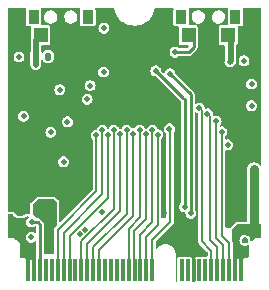
<source format=gbr>
G04 #@! TF.GenerationSoftware,KiCad,Pcbnew,(6.0.1)*
G04 #@! TF.CreationDate,2022-02-11T20:26:01+08:00*
G04 #@! TF.ProjectId,STM32_FOC_Board,53544d33-325f-4464-9f43-5f426f617264,rev?*
G04 #@! TF.SameCoordinates,Original*
G04 #@! TF.FileFunction,Copper,L4,Bot*
G04 #@! TF.FilePolarity,Positive*
%FSLAX46Y46*%
G04 Gerber Fmt 4.6, Leading zero omitted, Abs format (unit mm)*
G04 Created by KiCad (PCBNEW (6.0.1)) date 2022-02-11 20:26:01*
%MOMM*%
%LPD*%
G01*
G04 APERTURE LIST*
G04 Aperture macros list*
%AMRoundRect*
0 Rectangle with rounded corners*
0 $1 Rounding radius*
0 $2 $3 $4 $5 $6 $7 $8 $9 X,Y pos of 4 corners*
0 Add a 4 corners polygon primitive as box body*
4,1,4,$2,$3,$4,$5,$6,$7,$8,$9,$2,$3,0*
0 Add four circle primitives for the rounded corners*
1,1,$1+$1,$2,$3*
1,1,$1+$1,$4,$5*
1,1,$1+$1,$6,$7*
1,1,$1+$1,$8,$9*
0 Add four rect primitives between the rounded corners*
20,1,$1+$1,$2,$3,$4,$5,0*
20,1,$1+$1,$4,$5,$6,$7,0*
20,1,$1+$1,$6,$7,$8,$9,0*
20,1,$1+$1,$8,$9,$2,$3,0*%
G04 Aperture macros list end*
G04 #@! TA.AperFunction,SMDPad,CuDef*
%ADD10R,0.350000X1.950000*%
G04 #@! TD*
G04 #@! TA.AperFunction,SMDPad,CuDef*
%ADD11RoundRect,0.135000X0.135000X0.185000X-0.135000X0.185000X-0.135000X-0.185000X0.135000X-0.185000X0*%
G04 #@! TD*
G04 #@! TA.AperFunction,SMDPad,CuDef*
%ADD12R,0.899200X1.198900*%
G04 #@! TD*
G04 #@! TA.AperFunction,SMDPad,CuDef*
%ADD13R,1.198900X1.300500*%
G04 #@! TD*
G04 #@! TA.AperFunction,SMDPad,CuDef*
%ADD14RoundRect,0.200000X0.200000X0.275000X-0.200000X0.275000X-0.200000X-0.275000X0.200000X-0.275000X0*%
G04 #@! TD*
G04 #@! TA.AperFunction,ViaPad*
%ADD15C,0.508000*%
G04 #@! TD*
G04 #@! TA.AperFunction,Conductor*
%ADD16C,0.254000*%
G04 #@! TD*
G04 #@! TA.AperFunction,Conductor*
%ADD17C,0.762000*%
G04 #@! TD*
G04 #@! TA.AperFunction,Conductor*
%ADD18C,0.203200*%
G04 #@! TD*
G04 #@! TA.AperFunction,Conductor*
%ADD19C,0.508000*%
G04 #@! TD*
G04 APERTURE END LIST*
D10*
X144058200Y-76388000D03*
X143558200Y-76388000D03*
X143058200Y-76388000D03*
X142558200Y-76388000D03*
X142058200Y-76388000D03*
X141558200Y-76388000D03*
X141058200Y-76388000D03*
X140558200Y-76388000D03*
X140058200Y-76388000D03*
X139558200Y-76388000D03*
X139058200Y-76388000D03*
X136558200Y-76388000D03*
X136058200Y-76388000D03*
X135558200Y-76388000D03*
X135058200Y-76388000D03*
X134558200Y-76388000D03*
X134058200Y-76388000D03*
X133558200Y-76388000D03*
X133058200Y-76388000D03*
X132558200Y-76388000D03*
X132058200Y-76388000D03*
X131558200Y-76388000D03*
X131058200Y-76388000D03*
X130558200Y-76388000D03*
X130058200Y-76388000D03*
X129558200Y-76388000D03*
X129058200Y-76388000D03*
X128558200Y-76388000D03*
X128058200Y-76388000D03*
X127558200Y-76388000D03*
X127058200Y-76388000D03*
X126558200Y-76388000D03*
X126058200Y-76388000D03*
D11*
X143186400Y-58278200D03*
X142166400Y-58278200D03*
D12*
X131106697Y-54927500D03*
X126506797Y-54927500D03*
D13*
X130481897Y-56476900D03*
X127131597Y-56476900D03*
D11*
X127743200Y-58278200D03*
X126723200Y-58278200D03*
D12*
X143603497Y-54927500D03*
X139003597Y-54927500D03*
D13*
X142978697Y-56476900D03*
X139628397Y-56476900D03*
D14*
X127042200Y-71257600D03*
X125392200Y-71257600D03*
D15*
X133608600Y-55560400D03*
X134218200Y-55916000D03*
X132338600Y-71410000D03*
X144403600Y-73848400D03*
X125099600Y-72324400D03*
X125099600Y-73238800D03*
X131291060Y-60731400D03*
X137520200Y-71511600D03*
X138002800Y-73848400D03*
X142949080Y-65745800D03*
X130468403Y-73299003D03*
X130831871Y-72935535D03*
X128122200Y-72349800D03*
X127893600Y-73543600D03*
X139290300Y-70978200D03*
X139826100Y-71537000D03*
X136859800Y-59472000D03*
X138053600Y-59726000D03*
X125531400Y-69936800D03*
X125556800Y-69403400D03*
X129493800Y-70648000D03*
X129316000Y-69301800D03*
X137190000Y-55077800D03*
X135945400Y-55916000D03*
X136682000Y-55585800D03*
X137266200Y-54417400D03*
X135056400Y-56068400D03*
X132643400Y-54442800D03*
X126699800Y-58964000D03*
X143133600Y-58735400D03*
X126318800Y-73569000D03*
X126344200Y-72289387D03*
X131043200Y-61885000D03*
X127969800Y-64693800D03*
X125658400Y-63322200D03*
X132465600Y-55880000D03*
X125277400Y-58318400D03*
X138485400Y-57912000D03*
X127741200Y-58252800D03*
X129366800Y-63804800D03*
X144962400Y-62433200D03*
X144962400Y-60604400D03*
X144327400Y-58623200D03*
X145165600Y-70002403D03*
X145165600Y-69469003D03*
X145165600Y-68910203D03*
X145165600Y-68376803D03*
X145165600Y-67818000D03*
X131805200Y-64947800D03*
X132318512Y-64506002D03*
X132813050Y-64903527D03*
X133308309Y-64506901D03*
X133853097Y-64832170D03*
X134394833Y-64501843D03*
X134946607Y-64815114D03*
X135493840Y-64493975D03*
X136021600Y-64846200D03*
X136556284Y-64490600D03*
X137039592Y-64901705D03*
X138002800Y-64399600D03*
X140542800Y-62636900D03*
X141228600Y-63119000D03*
X141965146Y-63754500D03*
X142447300Y-64653600D03*
X132440200Y-59588400D03*
X128731800Y-61072200D03*
X129062000Y-67183000D03*
D16*
X139628400Y-57912000D02*
X140061450Y-57478950D01*
X138485400Y-57912000D02*
X139628400Y-57912000D01*
X140061450Y-57478950D02*
X140061450Y-56233050D01*
D17*
X145165600Y-67818000D02*
X145165600Y-72654600D01*
D16*
X126842587Y-72289387D02*
X127058200Y-72505000D01*
X127058200Y-72505000D02*
X127058200Y-76388000D01*
X126344200Y-72289387D02*
X126842587Y-72289387D01*
D18*
X136058200Y-73521800D02*
X136058200Y-76388000D01*
X137012200Y-72567800D02*
X136058200Y-73521800D01*
X137039592Y-64901705D02*
X137012200Y-64929097D01*
X137012200Y-64929097D02*
X137012200Y-72567800D01*
X136558200Y-73819800D02*
X136558200Y-76388000D01*
X138053600Y-72324400D02*
X136558200Y-73819800D01*
X138002800Y-64399600D02*
X138053600Y-64450400D01*
X138053600Y-64450400D02*
X138053600Y-72324400D01*
X142447800Y-64654100D02*
X142447800Y-73456800D01*
X143058200Y-74067200D02*
X143058200Y-76388000D01*
X142447300Y-64653600D02*
X142447800Y-64654100D01*
X142447800Y-73456800D02*
X143058200Y-74067200D01*
X139196600Y-61808800D02*
X139290300Y-61902500D01*
D16*
X139290300Y-61902500D02*
X139290300Y-70978200D01*
X139806200Y-71517100D02*
X139806200Y-61478600D01*
X139806200Y-61478600D02*
X138053600Y-59726000D01*
X139826100Y-71537000D02*
X139806200Y-71517100D01*
X136859800Y-59472000D02*
X139196600Y-61808800D01*
D19*
X143133600Y-58735400D02*
X143209800Y-58659200D01*
X143209800Y-58659200D02*
X143209800Y-58498200D01*
X126699800Y-57946000D02*
X126723200Y-57922600D01*
X126699800Y-58964000D02*
X126699800Y-57946000D01*
X126723200Y-56885297D02*
X127131597Y-56476900D01*
X126723200Y-57922600D02*
X126723200Y-56885297D01*
X143184400Y-56462900D02*
X143184400Y-58011600D01*
D18*
X129558200Y-73468600D02*
X129558200Y-76388000D01*
X132813050Y-70213750D02*
X129558200Y-73468600D01*
X132813050Y-64903527D02*
X132813050Y-70213750D01*
X129058200Y-73181200D02*
X129058200Y-76388000D01*
X132305246Y-69934154D02*
X129058200Y-73181200D01*
X132305246Y-64519268D02*
X132305246Y-69934154D01*
X132318512Y-64506002D02*
X132305246Y-64519268D01*
X131805200Y-69672200D02*
X128558200Y-72919200D01*
X131805200Y-64947800D02*
X131805200Y-69672200D01*
X128558200Y-72919200D02*
X128558200Y-76388000D01*
X130558200Y-73891000D02*
X130558200Y-76388000D01*
X133308309Y-64506901D02*
X133308309Y-71140891D01*
X133308309Y-71140891D02*
X130558200Y-73891000D01*
X132058200Y-74626200D02*
X132058200Y-76388000D01*
X134946607Y-71737793D02*
X132058200Y-74626200D01*
X134946607Y-64815114D02*
X134946607Y-71737793D01*
X134394833Y-71578367D02*
X131558200Y-74415000D01*
X134394833Y-64501843D02*
X134394833Y-71578367D01*
X131558200Y-74415000D02*
X131558200Y-76388000D01*
X133853097Y-71332703D02*
X131058200Y-74127600D01*
X133853097Y-64832170D02*
X133853097Y-71332703D01*
X131058200Y-74127600D02*
X131058200Y-76388000D01*
X135510790Y-76340590D02*
X135558200Y-76388000D01*
X135510790Y-73358010D02*
X135510790Y-76340590D01*
X136555000Y-72313800D02*
X135510790Y-73358010D01*
X136555000Y-64491884D02*
X136555000Y-72313800D01*
X136556284Y-64490600D02*
X136555000Y-64491884D01*
X134548889Y-76378689D02*
X134558200Y-76388000D01*
X134548889Y-72846711D02*
X134548889Y-76378689D01*
X135493840Y-71901760D02*
X134548889Y-72846711D01*
X135493840Y-64493975D02*
X135493840Y-71901760D01*
X135028679Y-76358479D02*
X135058200Y-76388000D01*
X135028679Y-73027321D02*
X135028679Y-76358479D01*
X136021600Y-72034400D02*
X135028679Y-73027321D01*
X136021600Y-64846200D02*
X136021600Y-72034400D01*
X141965200Y-73609200D02*
X142558200Y-74202200D01*
X142558200Y-74202200D02*
X142558200Y-76388000D01*
X141965200Y-63754554D02*
X141965200Y-73609200D01*
X141965146Y-63754500D02*
X141965200Y-63754554D01*
X140746489Y-73889089D02*
X141558200Y-74700800D01*
X141558200Y-74700800D02*
X141558200Y-76388000D01*
X140746489Y-62840589D02*
X140746489Y-73889089D01*
X140542800Y-62636900D02*
X140746489Y-62840589D01*
X141432289Y-73787489D02*
X142058200Y-74413400D01*
X141432289Y-63322689D02*
X141432289Y-73787489D01*
X141228600Y-63119000D02*
X141432289Y-63322689D01*
X142058200Y-74413400D02*
X142058200Y-76388000D01*
G04 #@! TA.AperFunction,Conductor*
G36*
X124799021Y-71656906D02*
G01*
X124810515Y-71672726D01*
X124861529Y-71772847D01*
X124951953Y-71863271D01*
X125006889Y-71891262D01*
X125061510Y-71919093D01*
X125061511Y-71919093D01*
X125065895Y-71921327D01*
X125070752Y-71922096D01*
X125070754Y-71922097D01*
X125158003Y-71935916D01*
X125158008Y-71935916D01*
X125160430Y-71936300D01*
X125623970Y-71936300D01*
X125626392Y-71935916D01*
X125626397Y-71935916D01*
X125713646Y-71922097D01*
X125713648Y-71922096D01*
X125718505Y-71921327D01*
X125722889Y-71919093D01*
X125722890Y-71919093D01*
X125777511Y-71891262D01*
X125832447Y-71863271D01*
X125922871Y-71772847D01*
X125923085Y-71773061D01*
X125961491Y-71749526D01*
X126008004Y-71760692D01*
X126015462Y-71767062D01*
X126075732Y-71827332D01*
X126094038Y-71871526D01*
X126075732Y-71915720D01*
X126064890Y-71924383D01*
X126048270Y-71934870D01*
X126048268Y-71934872D01*
X126044505Y-71937246D01*
X126041562Y-71940578D01*
X126041560Y-71940580D01*
X125960664Y-72032178D01*
X125957717Y-72035515D01*
X125901998Y-72154192D01*
X125881828Y-72283738D01*
X125898827Y-72413737D01*
X125900620Y-72417812D01*
X125945339Y-72519443D01*
X125951630Y-72533741D01*
X125954494Y-72537148D01*
X126033128Y-72630695D01*
X126033131Y-72630698D01*
X126035991Y-72634100D01*
X126145129Y-72706749D01*
X126270270Y-72745846D01*
X126274720Y-72745928D01*
X126274723Y-72745928D01*
X126396907Y-72748167D01*
X126396910Y-72748167D01*
X126401354Y-72748248D01*
X126527844Y-72713763D01*
X126539268Y-72706749D01*
X126632298Y-72649629D01*
X126679538Y-72642105D01*
X126718262Y-72670189D01*
X126727500Y-72702891D01*
X126727500Y-73175281D01*
X126709194Y-73219475D01*
X126665000Y-73237781D01*
X126624564Y-73222623D01*
X126622775Y-73220547D01*
X126512758Y-73149237D01*
X126387148Y-73111672D01*
X126321596Y-73111271D01*
X126260497Y-73110898D01*
X126260496Y-73110898D01*
X126256044Y-73110871D01*
X126129985Y-73146899D01*
X126019105Y-73216859D01*
X126016162Y-73220191D01*
X126016160Y-73220193D01*
X126014229Y-73222380D01*
X125932317Y-73315128D01*
X125876598Y-73433805D01*
X125856428Y-73563351D01*
X125873427Y-73693350D01*
X125926230Y-73813354D01*
X125929094Y-73816761D01*
X126007728Y-73910308D01*
X126007731Y-73910311D01*
X126010591Y-73913713D01*
X126119729Y-73986362D01*
X126244870Y-74025459D01*
X126249320Y-74025541D01*
X126249323Y-74025541D01*
X126371507Y-74027780D01*
X126371510Y-74027780D01*
X126375954Y-74027861D01*
X126502444Y-73993376D01*
X126513868Y-73986362D01*
X126610379Y-73927105D01*
X126610382Y-73927102D01*
X126614171Y-73924776D01*
X126618663Y-73919814D01*
X126619822Y-73919264D01*
X126620585Y-73918631D01*
X126620747Y-73918826D01*
X126661890Y-73899332D01*
X126706941Y-73915417D01*
X126727500Y-73961755D01*
X126727500Y-75260411D01*
X126716967Y-75295133D01*
X126694739Y-75328401D01*
X126691319Y-75333520D01*
X126679500Y-75392936D01*
X126679500Y-75436900D01*
X126661194Y-75481094D01*
X126617000Y-75499400D01*
X125912888Y-75499400D01*
X125868694Y-75481094D01*
X125760000Y-75372400D01*
X125449700Y-75372400D01*
X125405506Y-75354094D01*
X125387200Y-75309900D01*
X125387200Y-74444171D01*
X125388401Y-74431978D01*
X125390975Y-74419037D01*
X125392176Y-74412999D01*
X125390975Y-74406962D01*
X125390975Y-74406959D01*
X125390144Y-74402781D01*
X125389244Y-74396714D01*
X125376591Y-74268242D01*
X125376590Y-74268238D01*
X125376290Y-74265190D01*
X125333175Y-74123061D01*
X125263161Y-73992073D01*
X125168938Y-73877262D01*
X125054127Y-73783039D01*
X125051418Y-73781591D01*
X125051415Y-73781589D01*
X124925852Y-73714475D01*
X124925851Y-73714475D01*
X124923139Y-73713025D01*
X124781010Y-73669910D01*
X124777962Y-73669610D01*
X124777958Y-73669609D01*
X124649486Y-73656956D01*
X124643419Y-73656056D01*
X124639241Y-73655225D01*
X124639238Y-73655225D01*
X124633201Y-73654024D01*
X124627163Y-73655225D01*
X124614222Y-73657799D01*
X124602029Y-73659000D01*
X124374700Y-73659000D01*
X124330506Y-73640694D01*
X124312200Y-73596500D01*
X124312200Y-71701100D01*
X124330506Y-71656906D01*
X124374700Y-71638600D01*
X124754827Y-71638600D01*
X124799021Y-71656906D01*
G37*
G04 #@! TD.AperFunction*
G04 #@! TA.AperFunction,Conductor*
G36*
X145785894Y-72495106D02*
G01*
X145804200Y-72539300D01*
X145804200Y-73596500D01*
X145785894Y-73640694D01*
X145741700Y-73659000D01*
X145514371Y-73659000D01*
X145502178Y-73657799D01*
X145489237Y-73655225D01*
X145483199Y-73654024D01*
X145477162Y-73655225D01*
X145477159Y-73655225D01*
X145472981Y-73656056D01*
X145466914Y-73656956D01*
X145338442Y-73669609D01*
X145338438Y-73669610D01*
X145335390Y-73669910D01*
X145193261Y-73713025D01*
X145190549Y-73714475D01*
X145190548Y-73714475D01*
X145064985Y-73781589D01*
X145064982Y-73781591D01*
X145062273Y-73783039D01*
X145059897Y-73784989D01*
X144964059Y-73863641D01*
X144918283Y-73877527D01*
X144876096Y-73854978D01*
X144862540Y-73824188D01*
X144848052Y-73723027D01*
X144847421Y-73718618D01*
X144793156Y-73599269D01*
X144707575Y-73499947D01*
X144597558Y-73428637D01*
X144471948Y-73391072D01*
X144406396Y-73390672D01*
X144345297Y-73390298D01*
X144345296Y-73390298D01*
X144340844Y-73390271D01*
X144214785Y-73426299D01*
X144103905Y-73496259D01*
X144100962Y-73499591D01*
X144100960Y-73499593D01*
X144078449Y-73525082D01*
X144017117Y-73594528D01*
X143961398Y-73713205D01*
X143941228Y-73842751D01*
X143941805Y-73847164D01*
X143941805Y-73847166D01*
X143948372Y-73897381D01*
X143958227Y-73972750D01*
X143960020Y-73976825D01*
X143997342Y-74061645D01*
X144011030Y-74092754D01*
X144013894Y-74096161D01*
X144092528Y-74189708D01*
X144092531Y-74189711D01*
X144095391Y-74193113D01*
X144204529Y-74265762D01*
X144329670Y-74304859D01*
X144334120Y-74304941D01*
X144334123Y-74304941D01*
X144456307Y-74307180D01*
X144456310Y-74307180D01*
X144460754Y-74307261D01*
X144587244Y-74272776D01*
X144599600Y-74265190D01*
X144641919Y-74239206D01*
X144689159Y-74231682D01*
X144727883Y-74259766D01*
X144736820Y-74298594D01*
X144727156Y-74396714D01*
X144726256Y-74402781D01*
X144725425Y-74406959D01*
X144725425Y-74406962D01*
X144724224Y-74412999D01*
X144725425Y-74419037D01*
X144727999Y-74431978D01*
X144729200Y-74444171D01*
X144729200Y-75173312D01*
X144710894Y-75217506D01*
X144599706Y-75328694D01*
X144555512Y-75347000D01*
X144327400Y-75347000D01*
X144244106Y-75430294D01*
X144199912Y-75448600D01*
X143498727Y-75448600D01*
X143454533Y-75430294D01*
X143436900Y-75393015D01*
X143436900Y-75392936D01*
X143425081Y-75333520D01*
X143380060Y-75266140D01*
X143380310Y-75265973D01*
X143363500Y-75225390D01*
X143363500Y-74123176D01*
X143363958Y-74116935D01*
X143365456Y-74112572D01*
X143363544Y-74061645D01*
X143363500Y-74059300D01*
X143363500Y-74038807D01*
X143362973Y-74035979D01*
X143362708Y-74033108D01*
X143362793Y-74033100D01*
X143362309Y-74028749D01*
X143361405Y-74004683D01*
X143361189Y-73998918D01*
X143354899Y-73984277D01*
X143350881Y-73971050D01*
X143349021Y-73961066D01*
X143347964Y-73955389D01*
X143344934Y-73950473D01*
X143342858Y-73945093D01*
X143343921Y-73944683D01*
X143336800Y-73919563D01*
X143336800Y-72883688D01*
X143355106Y-72839494D01*
X143699494Y-72495106D01*
X143743688Y-72476800D01*
X145741700Y-72476800D01*
X145785894Y-72495106D01*
G37*
G04 #@! TD.AperFunction*
G04 #@! TA.AperFunction,Conductor*
G36*
X128259611Y-70369804D02*
G01*
X128260821Y-70370045D01*
X128283327Y-70379369D01*
X128284354Y-70380055D01*
X128293833Y-70387833D01*
X128458567Y-70552567D01*
X128466345Y-70562046D01*
X128467031Y-70563073D01*
X128476355Y-70585579D01*
X128476596Y-70586789D01*
X128477800Y-70598998D01*
X128477800Y-72541952D01*
X128459494Y-72586146D01*
X128381897Y-72663743D01*
X128377162Y-72667830D01*
X128373020Y-72669855D01*
X128369096Y-72674085D01*
X128338371Y-72707207D01*
X128336744Y-72708896D01*
X128322243Y-72723397D01*
X128320610Y-72725777D01*
X128318774Y-72727987D01*
X128318708Y-72727932D01*
X128315971Y-72731354D01*
X128295672Y-72753237D01*
X128293534Y-72758595D01*
X128293533Y-72758597D01*
X128289767Y-72768037D01*
X128283260Y-72780225D01*
X128274244Y-72793368D01*
X128272912Y-72798981D01*
X128272911Y-72798983D01*
X128267351Y-72822413D01*
X128264594Y-72831133D01*
X128253527Y-72858873D01*
X128252900Y-72865268D01*
X128252900Y-72875994D01*
X128251211Y-72890425D01*
X128247983Y-72904028D01*
X128248761Y-72909744D01*
X128252329Y-72935961D01*
X128252900Y-72944389D01*
X128252900Y-74885612D01*
X128234594Y-74929806D01*
X128166833Y-74997567D01*
X128157354Y-75005345D01*
X128156327Y-75006031D01*
X128133821Y-75015355D01*
X128132611Y-75015596D01*
X128120402Y-75016800D01*
X127451400Y-75016800D01*
X127407206Y-74998494D01*
X127388900Y-74954300D01*
X127388900Y-72522170D01*
X127389138Y-72516723D01*
X127392247Y-72481180D01*
X127392724Y-72475733D01*
X127382076Y-72435992D01*
X127380896Y-72430670D01*
X127374701Y-72395535D01*
X127374700Y-72395533D01*
X127373751Y-72390149D01*
X127370476Y-72384477D01*
X127364235Y-72369409D01*
X127363954Y-72368362D01*
X127362540Y-72363084D01*
X127354946Y-72352239D01*
X127338943Y-72329383D01*
X127336014Y-72324786D01*
X127318173Y-72293886D01*
X127318172Y-72293885D01*
X127315439Y-72289151D01*
X127283915Y-72262699D01*
X127279895Y-72259015D01*
X127088572Y-72067692D01*
X127084888Y-72063672D01*
X127061950Y-72036336D01*
X127061951Y-72036336D01*
X127058436Y-72032148D01*
X127053701Y-72029414D01*
X127022801Y-72011573D01*
X127018204Y-72008644D01*
X126988980Y-71988182D01*
X126988981Y-71988182D01*
X126984503Y-71985047D01*
X126978178Y-71983352D01*
X126963110Y-71977111D01*
X126957438Y-71973836D01*
X126952054Y-71972887D01*
X126952052Y-71972886D01*
X126916917Y-71966691D01*
X126911594Y-71965511D01*
X126871854Y-71954863D01*
X126834181Y-71958159D01*
X126830864Y-71958449D01*
X126825417Y-71958687D01*
X126791775Y-71958687D01*
X126747581Y-71940381D01*
X126439633Y-71632433D01*
X126431855Y-71622954D01*
X126431169Y-71621927D01*
X126421845Y-71599421D01*
X126421604Y-71598211D01*
X126420400Y-71586002D01*
X126420400Y-70827598D01*
X126421604Y-70815389D01*
X126421845Y-70814179D01*
X126431169Y-70791673D01*
X126431855Y-70790646D01*
X126439633Y-70781167D01*
X126832967Y-70387833D01*
X126842446Y-70380055D01*
X126843473Y-70379369D01*
X126865979Y-70370045D01*
X126867189Y-70369804D01*
X126879398Y-70368600D01*
X128247402Y-70368600D01*
X128259611Y-70369804D01*
G37*
G04 #@! TD.AperFunction*
G04 #@! TA.AperFunction,Conductor*
G36*
X138353741Y-54171106D02*
G01*
X138372047Y-54215300D01*
X138367289Y-54239218D01*
X138365535Y-54243453D01*
X138362116Y-54248570D01*
X138350297Y-54307986D01*
X138350297Y-55547014D01*
X138362116Y-55606430D01*
X138407137Y-55673810D01*
X138474517Y-55718831D01*
X138533933Y-55730650D01*
X138764195Y-55730650D01*
X138808389Y-55748956D01*
X138826695Y-55793150D01*
X138825971Y-55800501D01*
X138826147Y-55800518D01*
X138825846Y-55803575D01*
X138825247Y-55806586D01*
X138825247Y-57147214D01*
X138837066Y-57206630D01*
X138882087Y-57274010D01*
X138949467Y-57319031D01*
X139008883Y-57330850D01*
X139590982Y-57330850D01*
X139635176Y-57349156D01*
X139653482Y-57393350D01*
X139635176Y-57437544D01*
X139509726Y-57562994D01*
X139465532Y-57581300D01*
X138832196Y-57581300D01*
X138791541Y-57566061D01*
X138789375Y-57563547D01*
X138679358Y-57492237D01*
X138553748Y-57454672D01*
X138488196Y-57454272D01*
X138427097Y-57453898D01*
X138427096Y-57453898D01*
X138422644Y-57453871D01*
X138296585Y-57489899D01*
X138185705Y-57559859D01*
X138182762Y-57563191D01*
X138182760Y-57563193D01*
X138102062Y-57654567D01*
X138098917Y-57658128D01*
X138043198Y-57776805D01*
X138023028Y-57906351D01*
X138023605Y-57910764D01*
X138023605Y-57910766D01*
X138027109Y-57937563D01*
X138040027Y-58036350D01*
X138041820Y-58040425D01*
X138084629Y-58137715D01*
X138092830Y-58156354D01*
X138095694Y-58159761D01*
X138174328Y-58253308D01*
X138174331Y-58253311D01*
X138177191Y-58256713D01*
X138286329Y-58329362D01*
X138411470Y-58368459D01*
X138415920Y-58368541D01*
X138415923Y-58368541D01*
X138538107Y-58370780D01*
X138538110Y-58370780D01*
X138542554Y-58370861D01*
X138669044Y-58336376D01*
X138678305Y-58330690D01*
X138776979Y-58270105D01*
X138776982Y-58270102D01*
X138780771Y-58267776D01*
X138783760Y-58264474D01*
X138784864Y-58263255D01*
X138785648Y-58262907D01*
X138787185Y-58261631D01*
X138787546Y-58262065D01*
X138831198Y-58242700D01*
X139611230Y-58242700D01*
X139616678Y-58242938D01*
X139657667Y-58246524D01*
X139697408Y-58235876D01*
X139702730Y-58234696D01*
X139737865Y-58228501D01*
X139737867Y-58228500D01*
X139743251Y-58227551D01*
X139748923Y-58224276D01*
X139763991Y-58218035D01*
X139764136Y-58217996D01*
X139770316Y-58216340D01*
X139788689Y-58203475D01*
X139804017Y-58192743D01*
X139808614Y-58189814D01*
X139839514Y-58171973D01*
X139839515Y-58171972D01*
X139844249Y-58169239D01*
X139870701Y-58137715D01*
X139874385Y-58133695D01*
X140283145Y-57724935D01*
X140287165Y-57721251D01*
X140314501Y-57698313D01*
X140318689Y-57694799D01*
X140337535Y-57662158D01*
X140339264Y-57659164D01*
X140342193Y-57654567D01*
X140362655Y-57625343D01*
X140365790Y-57620866D01*
X140367485Y-57614541D01*
X140373726Y-57599473D01*
X140377001Y-57593801D01*
X140379206Y-57581300D01*
X140384146Y-57553280D01*
X140385326Y-57547957D01*
X140394558Y-57513500D01*
X140395974Y-57508217D01*
X140392388Y-57467227D01*
X140392150Y-57461780D01*
X140392150Y-57266863D01*
X140402683Y-57232140D01*
X140416309Y-57211747D01*
X140419728Y-57206630D01*
X140431547Y-57147214D01*
X140431547Y-55806586D01*
X140419728Y-55747170D01*
X140374707Y-55679790D01*
X140307327Y-55634769D01*
X140247911Y-55622950D01*
X139717949Y-55622950D01*
X139673755Y-55604644D01*
X139655449Y-55560450D01*
X139656173Y-55553099D01*
X139655997Y-55553082D01*
X139656298Y-55550025D01*
X139656897Y-55547014D01*
X139656897Y-54962626D01*
X139895591Y-54962626D01*
X139925603Y-55111471D01*
X139994538Y-55246763D01*
X139997421Y-55249898D01*
X140055557Y-55313120D01*
X140097316Y-55358533D01*
X140100937Y-55360778D01*
X140100938Y-55360779D01*
X140222739Y-55436299D01*
X140222742Y-55436301D01*
X140226364Y-55438546D01*
X140372177Y-55480909D01*
X140375443Y-55481149D01*
X140375444Y-55481149D01*
X140381801Y-55481616D01*
X140381809Y-55481616D01*
X140382949Y-55481700D01*
X140491931Y-55481700D01*
X140604333Y-55466303D01*
X140704180Y-55423095D01*
X140739777Y-55407691D01*
X140739779Y-55407690D01*
X140743686Y-55405999D01*
X140765826Y-55388071D01*
X140858382Y-55313120D01*
X140861689Y-55310442D01*
X140949648Y-55186672D01*
X141001083Y-55043808D01*
X141001395Y-55039560D01*
X141007044Y-54962626D01*
X141597391Y-54962626D01*
X141627403Y-55111471D01*
X141696338Y-55246763D01*
X141699221Y-55249898D01*
X141757357Y-55313120D01*
X141799116Y-55358533D01*
X141802737Y-55360778D01*
X141802738Y-55360779D01*
X141924539Y-55436299D01*
X141924542Y-55436301D01*
X141928164Y-55438546D01*
X142073977Y-55480909D01*
X142077243Y-55481149D01*
X142077244Y-55481149D01*
X142083601Y-55481616D01*
X142083609Y-55481616D01*
X142084749Y-55481700D01*
X142193731Y-55481700D01*
X142306133Y-55466303D01*
X142405980Y-55423095D01*
X142441577Y-55407691D01*
X142441579Y-55407690D01*
X142445486Y-55405999D01*
X142467626Y-55388071D01*
X142560182Y-55313120D01*
X142563489Y-55310442D01*
X142651448Y-55186672D01*
X142702883Y-55043808D01*
X142703195Y-55039560D01*
X142713691Y-54896626D01*
X142713691Y-54896624D01*
X142714003Y-54892374D01*
X142683991Y-54743529D01*
X142615056Y-54608237D01*
X142556500Y-54544558D01*
X142515162Y-54499603D01*
X142515161Y-54499602D01*
X142512278Y-54496467D01*
X142508656Y-54494221D01*
X142386855Y-54418701D01*
X142386852Y-54418699D01*
X142383230Y-54416454D01*
X142237417Y-54374091D01*
X142234151Y-54373851D01*
X142234150Y-54373851D01*
X142227793Y-54373384D01*
X142227785Y-54373384D01*
X142226645Y-54373300D01*
X142117663Y-54373300D01*
X142005261Y-54388697D01*
X141961593Y-54407594D01*
X141869817Y-54447309D01*
X141869815Y-54447310D01*
X141865908Y-54449001D01*
X141747905Y-54544558D01*
X141659946Y-54668328D01*
X141608511Y-54811192D01*
X141608199Y-54815440D01*
X141598682Y-54945050D01*
X141597391Y-54962626D01*
X141007044Y-54962626D01*
X141011891Y-54896626D01*
X141011891Y-54896624D01*
X141012203Y-54892374D01*
X140982191Y-54743529D01*
X140913256Y-54608237D01*
X140854700Y-54544558D01*
X140813362Y-54499603D01*
X140813361Y-54499602D01*
X140810478Y-54496467D01*
X140806856Y-54494221D01*
X140685055Y-54418701D01*
X140685052Y-54418699D01*
X140681430Y-54416454D01*
X140535617Y-54374091D01*
X140532351Y-54373851D01*
X140532350Y-54373851D01*
X140525993Y-54373384D01*
X140525985Y-54373384D01*
X140524845Y-54373300D01*
X140415863Y-54373300D01*
X140303461Y-54388697D01*
X140259793Y-54407594D01*
X140168017Y-54447309D01*
X140168015Y-54447310D01*
X140164108Y-54449001D01*
X140046105Y-54544558D01*
X139958146Y-54668328D01*
X139906711Y-54811192D01*
X139906399Y-54815440D01*
X139896882Y-54945050D01*
X139895591Y-54962626D01*
X139656897Y-54962626D01*
X139656897Y-54307986D01*
X139645078Y-54248570D01*
X139641659Y-54243453D01*
X139639905Y-54239218D01*
X139639904Y-54191382D01*
X139673729Y-54157558D01*
X139697647Y-54152800D01*
X142909447Y-54152800D01*
X142953641Y-54171106D01*
X142971947Y-54215300D01*
X142967189Y-54239218D01*
X142965435Y-54243453D01*
X142962016Y-54248570D01*
X142950197Y-54307986D01*
X142950197Y-55547014D01*
X142950796Y-55550025D01*
X142951097Y-55553082D01*
X142949453Y-55553244D01*
X142941111Y-55595175D01*
X142901336Y-55621750D01*
X142889145Y-55622950D01*
X142359183Y-55622950D01*
X142299767Y-55634769D01*
X142232387Y-55679790D01*
X142187366Y-55747170D01*
X142175547Y-55806586D01*
X142175547Y-57147214D01*
X142187366Y-57206630D01*
X142232387Y-57274010D01*
X142299767Y-57319031D01*
X142359183Y-57330850D01*
X142664200Y-57330850D01*
X142708394Y-57349156D01*
X142726700Y-57393350D01*
X142726700Y-57974234D01*
X142722070Y-57995122D01*
X142722553Y-57995263D01*
X142721216Y-57999849D01*
X142719194Y-58004186D01*
X142712700Y-58053512D01*
X142712700Y-58502888D01*
X142712968Y-58504922D01*
X142715503Y-58524181D01*
X142712509Y-58553042D01*
X142710498Y-58558770D01*
X142708108Y-58564613D01*
X142691398Y-58600205D01*
X142690713Y-58604603D01*
X142690712Y-58604607D01*
X142689382Y-58613153D01*
X142688698Y-58617551D01*
X142688659Y-58617799D01*
X142685874Y-58628889D01*
X142678928Y-58648667D01*
X142678745Y-58653334D01*
X142678744Y-58653337D01*
X142677407Y-58687372D01*
X142676711Y-58694533D01*
X142672178Y-58723650D01*
X142671228Y-58729751D01*
X142671805Y-58734165D01*
X142671805Y-58734168D01*
X142674011Y-58751043D01*
X142674491Y-58761597D01*
X142673525Y-58786193D01*
X142678514Y-58805006D01*
X142682519Y-58820112D01*
X142684079Y-58828027D01*
X142688227Y-58859750D01*
X142693160Y-58870961D01*
X142698351Y-58882759D01*
X142701555Y-58891909D01*
X142708799Y-58919228D01*
X142725447Y-58945921D01*
X142729612Y-58953803D01*
X142741030Y-58979754D01*
X142743893Y-58983160D01*
X142743895Y-58983163D01*
X142759560Y-59001797D01*
X142764741Y-59008928D01*
X142781631Y-59036010D01*
X142800376Y-59052275D01*
X142802632Y-59054233D01*
X142809510Y-59061220D01*
X142825391Y-59080113D01*
X142829092Y-59082576D01*
X142829098Y-59082582D01*
X142852405Y-59098096D01*
X142858736Y-59102918D01*
X142860696Y-59104619D01*
X142885582Y-59126214D01*
X142889852Y-59128102D01*
X142889854Y-59128103D01*
X142907670Y-59135979D01*
X142917031Y-59141115D01*
X142930818Y-59150293D01*
X142930825Y-59150296D01*
X142934529Y-59152762D01*
X142969001Y-59163532D01*
X142975631Y-59166024D01*
X143007185Y-59179974D01*
X143007187Y-59179975D01*
X143011461Y-59181864D01*
X143024602Y-59183419D01*
X143031814Y-59184273D01*
X143043105Y-59186684D01*
X143055417Y-59190531D01*
X143055422Y-59190532D01*
X143059670Y-59191859D01*
X143064122Y-59191941D01*
X143064124Y-59191941D01*
X143099423Y-59192588D01*
X143105623Y-59193010D01*
X143122581Y-59195017D01*
X143148140Y-59198042D01*
X143164705Y-59195017D01*
X143177078Y-59194011D01*
X143186302Y-59194180D01*
X143186306Y-59194179D01*
X143190754Y-59194261D01*
X143195043Y-59193092D01*
X143195048Y-59193091D01*
X143232640Y-59182842D01*
X143237850Y-59181658D01*
X143278933Y-59174155D01*
X143278935Y-59174154D01*
X143283531Y-59173315D01*
X143287677Y-59171161D01*
X143287681Y-59171160D01*
X143295222Y-59167243D01*
X143307590Y-59162408D01*
X143312949Y-59160947D01*
X143317244Y-59159776D01*
X143321035Y-59157448D01*
X143321038Y-59157447D01*
X143357372Y-59135138D01*
X143361263Y-59132937D01*
X143384001Y-59121125D01*
X143405668Y-59109870D01*
X143410794Y-59105491D01*
X143413754Y-59102531D01*
X143424877Y-59093755D01*
X143425179Y-59093504D01*
X143428971Y-59091176D01*
X143464775Y-59051621D01*
X143466917Y-59049369D01*
X143489128Y-59027158D01*
X143511596Y-59004689D01*
X143517098Y-58999800D01*
X143543553Y-58978946D01*
X143543556Y-58978943D01*
X143547218Y-58976056D01*
X143551143Y-58970378D01*
X143581695Y-58926172D01*
X143582836Y-58924575D01*
X143616094Y-58879547D01*
X143616095Y-58879546D01*
X143618868Y-58875791D01*
X143620415Y-58871386D01*
X143621488Y-58869359D01*
X143621634Y-58869118D01*
X143621695Y-58868999D01*
X143621803Y-58868741D01*
X143622814Y-58866678D01*
X143625470Y-58862835D01*
X143643761Y-58805001D01*
X143644381Y-58803143D01*
X143653882Y-58776090D01*
X143662473Y-58751625D01*
X143662923Y-58750344D01*
X143664472Y-58745933D01*
X143664655Y-58741262D01*
X143665086Y-58739005D01*
X143665222Y-58738469D01*
X143665896Y-58735007D01*
X143666971Y-58731609D01*
X143667500Y-58724888D01*
X143667500Y-58670091D01*
X143667548Y-58667637D01*
X143669516Y-58617551D01*
X143865028Y-58617551D01*
X143865605Y-58621964D01*
X143865605Y-58621966D01*
X143870640Y-58660467D01*
X143882027Y-58747550D01*
X143883820Y-58751625D01*
X143932754Y-58862835D01*
X143934830Y-58867554D01*
X143937694Y-58870961D01*
X144016328Y-58964508D01*
X144016331Y-58964511D01*
X144019191Y-58967913D01*
X144128329Y-59040562D01*
X144253470Y-59079659D01*
X144257920Y-59079741D01*
X144257923Y-59079741D01*
X144380107Y-59081980D01*
X144380110Y-59081980D01*
X144384554Y-59082061D01*
X144511044Y-59047576D01*
X144523696Y-59039808D01*
X144618979Y-58981305D01*
X144618982Y-58981302D01*
X144622771Y-58978976D01*
X144710753Y-58881775D01*
X144767917Y-58763787D01*
X144772087Y-58739005D01*
X144778753Y-58699380D01*
X144789669Y-58634498D01*
X144789807Y-58623200D01*
X144771221Y-58493418D01*
X144735380Y-58414591D01*
X144718800Y-58378124D01*
X144718799Y-58378122D01*
X144716956Y-58374069D01*
X144631375Y-58274747D01*
X144521358Y-58203437D01*
X144395748Y-58165872D01*
X144330196Y-58165472D01*
X144269097Y-58165098D01*
X144269096Y-58165098D01*
X144264644Y-58165071D01*
X144138585Y-58201099D01*
X144027705Y-58271059D01*
X144024762Y-58274391D01*
X144024760Y-58274393D01*
X143972075Y-58334048D01*
X143940917Y-58369328D01*
X143885198Y-58488005D01*
X143884513Y-58492403D01*
X143884513Y-58492404D01*
X143882564Y-58504922D01*
X143865028Y-58617551D01*
X143669516Y-58617551D01*
X143669692Y-58613073D01*
X143669692Y-58613071D01*
X143669875Y-58608407D01*
X143668678Y-58603893D01*
X143668165Y-58599248D01*
X143668530Y-58599208D01*
X143667500Y-58591306D01*
X143667500Y-58463812D01*
X143660795Y-58419214D01*
X143660100Y-58409922D01*
X143660100Y-58053512D01*
X143653606Y-58004186D01*
X143647954Y-57992066D01*
X143642100Y-57965656D01*
X143642100Y-57362813D01*
X143660406Y-57318619D01*
X143669877Y-57310846D01*
X143719890Y-57277429D01*
X143725007Y-57274010D01*
X143770028Y-57206630D01*
X143781847Y-57147214D01*
X143781847Y-55806586D01*
X143781248Y-55803575D01*
X143780947Y-55800518D01*
X143782591Y-55800356D01*
X143790933Y-55758425D01*
X143830708Y-55731850D01*
X143842899Y-55730650D01*
X144073161Y-55730650D01*
X144132577Y-55718831D01*
X144199957Y-55673810D01*
X144244978Y-55606430D01*
X144256797Y-55547014D01*
X144256797Y-54307986D01*
X144244978Y-54248570D01*
X144241559Y-54243453D01*
X144239805Y-54239218D01*
X144239804Y-54191382D01*
X144273629Y-54157558D01*
X144297547Y-54152800D01*
X145741700Y-54152800D01*
X145785894Y-54171106D01*
X145804200Y-54215300D01*
X145804200Y-67517616D01*
X145785894Y-67561810D01*
X145741700Y-67580116D01*
X145697506Y-67561810D01*
X145683958Y-67541534D01*
X145677902Y-67526913D01*
X145677901Y-67526912D01*
X145676334Y-67523128D01*
X145582613Y-67400987D01*
X145460473Y-67307266D01*
X145450015Y-67302934D01*
X145322023Y-67249918D01*
X145322022Y-67249918D01*
X145318237Y-67248350D01*
X145314175Y-67247815D01*
X145314174Y-67247815D01*
X145169664Y-67228790D01*
X145165600Y-67228255D01*
X145161536Y-67228790D01*
X145017026Y-67247815D01*
X145017025Y-67247815D01*
X145012963Y-67248350D01*
X145009179Y-67249918D01*
X145009177Y-67249918D01*
X144881186Y-67302934D01*
X144870728Y-67307266D01*
X144748587Y-67400987D01*
X144654866Y-67523128D01*
X144653299Y-67526912D01*
X144653298Y-67526913D01*
X144631261Y-67580116D01*
X144595950Y-67665363D01*
X144580900Y-67779679D01*
X144580900Y-72211100D01*
X144562594Y-72255294D01*
X144518400Y-72273600D01*
X143743688Y-72273600D01*
X143740678Y-72274199D01*
X143740675Y-72274199D01*
X143668935Y-72288469D01*
X143668931Y-72288470D01*
X143665926Y-72289068D01*
X143621732Y-72307374D01*
X143619179Y-72309080D01*
X143619177Y-72309081D01*
X143565144Y-72345185D01*
X143555810Y-72351422D01*
X143211422Y-72695810D01*
X143209719Y-72698358D01*
X143209717Y-72698361D01*
X143189630Y-72728423D01*
X143149856Y-72754999D01*
X143137663Y-72756200D01*
X142815600Y-72756200D01*
X142771406Y-72737894D01*
X142753100Y-72693700D01*
X142753100Y-66249133D01*
X142771406Y-66204939D01*
X142815600Y-66186633D01*
X142834237Y-66189477D01*
X142875150Y-66202259D01*
X142879600Y-66202341D01*
X142879603Y-66202341D01*
X143001787Y-66204580D01*
X143001790Y-66204580D01*
X143006234Y-66204661D01*
X143132724Y-66170176D01*
X143136516Y-66167848D01*
X143240659Y-66103905D01*
X143240662Y-66103902D01*
X143244451Y-66101576D01*
X143332433Y-66004375D01*
X143389597Y-65886387D01*
X143411349Y-65757098D01*
X143411487Y-65745800D01*
X143392901Y-65616018D01*
X143338636Y-65496669D01*
X143253055Y-65397347D01*
X143143038Y-65326037D01*
X143017428Y-65288472D01*
X142951876Y-65288071D01*
X142890777Y-65287698D01*
X142890776Y-65287698D01*
X142886324Y-65287671D01*
X142879057Y-65289748D01*
X142832775Y-65302975D01*
X142785251Y-65297518D01*
X142755506Y-65260056D01*
X142753100Y-65242881D01*
X142753100Y-65021939D01*
X142769263Y-64979997D01*
X142791279Y-64955675D01*
X142830653Y-64912175D01*
X142887817Y-64794187D01*
X142909569Y-64664898D01*
X142909707Y-64653600D01*
X142891121Y-64523818D01*
X142854735Y-64443791D01*
X142838700Y-64408524D01*
X142838699Y-64408522D01*
X142836856Y-64404469D01*
X142751275Y-64305147D01*
X142641258Y-64233837D01*
X142515648Y-64196272D01*
X142450096Y-64195871D01*
X142388997Y-64195498D01*
X142388996Y-64195498D01*
X142384544Y-64195471D01*
X142350174Y-64205294D01*
X142302652Y-64199838D01*
X142272906Y-64162375D01*
X142270500Y-64145200D01*
X142270500Y-64123332D01*
X142286663Y-64081390D01*
X142293161Y-64074212D01*
X142348499Y-64013075D01*
X142405663Y-63895087D01*
X142427415Y-63765798D01*
X142427553Y-63754500D01*
X142408967Y-63624718D01*
X142354702Y-63505369D01*
X142269121Y-63406047D01*
X142159104Y-63334737D01*
X142033494Y-63297172D01*
X141967942Y-63296771D01*
X141906843Y-63296398D01*
X141906842Y-63296398D01*
X141902390Y-63296371D01*
X141895123Y-63298448D01*
X141815251Y-63321275D01*
X141767727Y-63315818D01*
X141737982Y-63278356D01*
X141735620Y-63263524D01*
X141735494Y-63260171D01*
X141735278Y-63254407D01*
X141728988Y-63239766D01*
X141724970Y-63226539D01*
X141723110Y-63216552D01*
X141723110Y-63216551D01*
X141722053Y-63210878D01*
X141706383Y-63185457D01*
X141702172Y-63177349D01*
X141695412Y-63161615D01*
X141690636Y-63131684D01*
X141690869Y-63130298D01*
X141691007Y-63119000D01*
X141672421Y-62989218D01*
X141628246Y-62892061D01*
X141620000Y-62873924D01*
X141619999Y-62873922D01*
X141618156Y-62869869D01*
X141532575Y-62770547D01*
X141422558Y-62699237D01*
X141296948Y-62661672D01*
X141231396Y-62661271D01*
X141170297Y-62660898D01*
X141170296Y-62660898D01*
X141165844Y-62660871D01*
X141083707Y-62684346D01*
X141036185Y-62678889D01*
X141006439Y-62641427D01*
X141004666Y-62633119D01*
X140986621Y-62507118D01*
X140950444Y-62427551D01*
X144500028Y-62427551D01*
X144500605Y-62431964D01*
X144500605Y-62431966D01*
X144502244Y-62444498D01*
X144517027Y-62557550D01*
X144518820Y-62561625D01*
X144565543Y-62667810D01*
X144569830Y-62677554D01*
X144572694Y-62680961D01*
X144651328Y-62774508D01*
X144651331Y-62774511D01*
X144654191Y-62777913D01*
X144763329Y-62850562D01*
X144888470Y-62889659D01*
X144892920Y-62889741D01*
X144892923Y-62889741D01*
X145015107Y-62891980D01*
X145015110Y-62891980D01*
X145019554Y-62892061D01*
X145146044Y-62857576D01*
X145157468Y-62850562D01*
X145253979Y-62791305D01*
X145253982Y-62791302D01*
X145257771Y-62788976D01*
X145345753Y-62691775D01*
X145402917Y-62573787D01*
X145424669Y-62444498D01*
X145424807Y-62433200D01*
X145406221Y-62303418D01*
X145368092Y-62219558D01*
X145353800Y-62188124D01*
X145353799Y-62188122D01*
X145351956Y-62184069D01*
X145266375Y-62084747D01*
X145156358Y-62013437D01*
X145030748Y-61975872D01*
X144965196Y-61975472D01*
X144904097Y-61975098D01*
X144904096Y-61975098D01*
X144899644Y-61975071D01*
X144773585Y-62011099D01*
X144662705Y-62081059D01*
X144659762Y-62084391D01*
X144659760Y-62084393D01*
X144607493Y-62143575D01*
X144575917Y-62179328D01*
X144520198Y-62298005D01*
X144519513Y-62302403D01*
X144519513Y-62302404D01*
X144518245Y-62310547D01*
X144500028Y-62427551D01*
X140950444Y-62427551D01*
X140932356Y-62387769D01*
X140846775Y-62288447D01*
X140736758Y-62217137D01*
X140611148Y-62179572D01*
X140545596Y-62179171D01*
X140484497Y-62178798D01*
X140484496Y-62178798D01*
X140480044Y-62178771D01*
X140353985Y-62214799D01*
X140243105Y-62284759D01*
X140240157Y-62288097D01*
X140239908Y-62288309D01*
X140194388Y-62303012D01*
X140151804Y-62281221D01*
X140136900Y-62240713D01*
X140136900Y-61495770D01*
X140137138Y-61490323D01*
X140139329Y-61465275D01*
X140140724Y-61449333D01*
X140130076Y-61409592D01*
X140128896Y-61404270D01*
X140122701Y-61369135D01*
X140122700Y-61369133D01*
X140121751Y-61363749D01*
X140118476Y-61358077D01*
X140112235Y-61343009D01*
X140111955Y-61341964D01*
X140110540Y-61336684D01*
X140107404Y-61332206D01*
X140107403Y-61332203D01*
X140086939Y-61302977D01*
X140084010Y-61298379D01*
X140066175Y-61267489D01*
X140066173Y-61267487D01*
X140063439Y-61262751D01*
X140031921Y-61236304D01*
X140027901Y-61232620D01*
X139394032Y-60598751D01*
X144500028Y-60598751D01*
X144500605Y-60603164D01*
X144500605Y-60603166D01*
X144502031Y-60614071D01*
X144517027Y-60728750D01*
X144518820Y-60732825D01*
X144560313Y-60827124D01*
X144569830Y-60848754D01*
X144572694Y-60852161D01*
X144651328Y-60945708D01*
X144651331Y-60945711D01*
X144654191Y-60949113D01*
X144763329Y-61021762D01*
X144888470Y-61060859D01*
X144892920Y-61060941D01*
X144892923Y-61060941D01*
X145015107Y-61063180D01*
X145015110Y-61063180D01*
X145019554Y-61063261D01*
X145146044Y-61028776D01*
X145157468Y-61021762D01*
X145253979Y-60962505D01*
X145253982Y-60962502D01*
X145257771Y-60960176D01*
X145345753Y-60862975D01*
X145402917Y-60744987D01*
X145406154Y-60725751D01*
X145413753Y-60680580D01*
X145424669Y-60615698D01*
X145424807Y-60604400D01*
X145406221Y-60474618D01*
X145366074Y-60386320D01*
X145353800Y-60359324D01*
X145353799Y-60359322D01*
X145351956Y-60355269D01*
X145266375Y-60255947D01*
X145156358Y-60184637D01*
X145030748Y-60147072D01*
X144965196Y-60146671D01*
X144904097Y-60146298D01*
X144904096Y-60146298D01*
X144899644Y-60146271D01*
X144773585Y-60182299D01*
X144662705Y-60252259D01*
X144659762Y-60255591D01*
X144659760Y-60255593D01*
X144608126Y-60314058D01*
X144575917Y-60350528D01*
X144520198Y-60469205D01*
X144500028Y-60598751D01*
X139394032Y-60598751D01*
X138529849Y-59734568D01*
X138512174Y-59699234D01*
X138507159Y-59664218D01*
X138497421Y-59596218D01*
X138443156Y-59476869D01*
X138357575Y-59377547D01*
X138247558Y-59306237D01*
X138121948Y-59268672D01*
X138056396Y-59268271D01*
X137995297Y-59267898D01*
X137995296Y-59267898D01*
X137990844Y-59267871D01*
X137864785Y-59303899D01*
X137753905Y-59373859D01*
X137750962Y-59377191D01*
X137750960Y-59377193D01*
X137676103Y-59461953D01*
X137667117Y-59472128D01*
X137611398Y-59590805D01*
X137610713Y-59595203D01*
X137610713Y-59595204D01*
X137608086Y-59612077D01*
X137583199Y-59652929D01*
X137536715Y-59664218D01*
X137502136Y-59646656D01*
X137336049Y-59480569D01*
X137318374Y-59445235D01*
X137315540Y-59425443D01*
X137303621Y-59342218D01*
X137270374Y-59269095D01*
X137251200Y-59226924D01*
X137251199Y-59226922D01*
X137249356Y-59222869D01*
X137163775Y-59123547D01*
X137053758Y-59052237D01*
X136928148Y-59014672D01*
X136862596Y-59014272D01*
X136801497Y-59013898D01*
X136801496Y-59013898D01*
X136797044Y-59013871D01*
X136670985Y-59049899D01*
X136560105Y-59119859D01*
X136557162Y-59123191D01*
X136557160Y-59123193D01*
X136493728Y-59195017D01*
X136473317Y-59218128D01*
X136417598Y-59336805D01*
X136397428Y-59466351D01*
X136398005Y-59470764D01*
X136398005Y-59470766D01*
X136404572Y-59520981D01*
X136414427Y-59596350D01*
X136416220Y-59600425D01*
X136444290Y-59664218D01*
X136467230Y-59716354D01*
X136470094Y-59719761D01*
X136548728Y-59813308D01*
X136548731Y-59813311D01*
X136551591Y-59816713D01*
X136660729Y-59889362D01*
X136785870Y-59928459D01*
X136790321Y-59928541D01*
X136790330Y-59928542D01*
X136824536Y-59929169D01*
X136867584Y-59947464D01*
X138941294Y-62021174D01*
X138959600Y-62065368D01*
X138959600Y-70637518D01*
X138943946Y-70678891D01*
X138911781Y-70715311D01*
X138903817Y-70724328D01*
X138848098Y-70843005D01*
X138827928Y-70972551D01*
X138828505Y-70976964D01*
X138828505Y-70976966D01*
X138833404Y-71014432D01*
X138844927Y-71102550D01*
X138846720Y-71106625D01*
X138889429Y-71203688D01*
X138897730Y-71222554D01*
X138900594Y-71225961D01*
X138979228Y-71319508D01*
X138979231Y-71319511D01*
X138982091Y-71322913D01*
X139091229Y-71395562D01*
X139216370Y-71434659D01*
X139220820Y-71434741D01*
X139220823Y-71434741D01*
X139306687Y-71436314D01*
X139350538Y-71455427D01*
X139368032Y-71499949D01*
X139367298Y-71508418D01*
X139365261Y-71521505D01*
X139363728Y-71531351D01*
X139364305Y-71535764D01*
X139364305Y-71535766D01*
X139367768Y-71562245D01*
X139380727Y-71661350D01*
X139382520Y-71665425D01*
X139431226Y-71776117D01*
X139433530Y-71781354D01*
X139436394Y-71784761D01*
X139515028Y-71878308D01*
X139515031Y-71878311D01*
X139517891Y-71881713D01*
X139627029Y-71954362D01*
X139752170Y-71993459D01*
X139756620Y-71993541D01*
X139756623Y-71993541D01*
X139878807Y-71995780D01*
X139878810Y-71995780D01*
X139883254Y-71995861D01*
X140009744Y-71961376D01*
X140021168Y-71954362D01*
X140117679Y-71895105D01*
X140117682Y-71895102D01*
X140121471Y-71892776D01*
X140209453Y-71795575D01*
X140266617Y-71677587D01*
X140288369Y-71548298D01*
X140288507Y-71537000D01*
X140269921Y-71407218D01*
X140242788Y-71347543D01*
X140217500Y-71291924D01*
X140217499Y-71291922D01*
X140215656Y-71287869D01*
X140152051Y-71214052D01*
X140136900Y-71173256D01*
X140136900Y-63033141D01*
X140155206Y-62988947D01*
X140199400Y-62970641D01*
X140233281Y-62983581D01*
X140234591Y-62981613D01*
X140343729Y-63054262D01*
X140397328Y-63071008D01*
X140434051Y-63101658D01*
X140441189Y-63130663D01*
X140441189Y-73833113D01*
X140440731Y-73839354D01*
X140439233Y-73843717D01*
X140440259Y-73871036D01*
X140441145Y-73894644D01*
X140441189Y-73896989D01*
X140441189Y-73917482D01*
X140441716Y-73920310D01*
X140441981Y-73923181D01*
X140441896Y-73923189D01*
X140442380Y-73927540D01*
X140443500Y-73957371D01*
X140445777Y-73962671D01*
X140449790Y-73972012D01*
X140453808Y-73985239D01*
X140456725Y-74000900D01*
X140472395Y-74026321D01*
X140476604Y-74034423D01*
X140488395Y-74061868D01*
X140492474Y-74066833D01*
X140500056Y-74074415D01*
X140509066Y-74085813D01*
X140516404Y-74097717D01*
X140520998Y-74101210D01*
X140542061Y-74117227D01*
X140548424Y-74122783D01*
X141234594Y-74808954D01*
X141252900Y-74853148D01*
X141252900Y-75146800D01*
X141234594Y-75190994D01*
X141190400Y-75209300D01*
X140863136Y-75209300D01*
X140860127Y-75209899D01*
X140860123Y-75209899D01*
X140820393Y-75217802D01*
X140796007Y-75217802D01*
X140756277Y-75209899D01*
X140756273Y-75209899D01*
X140753264Y-75209300D01*
X140363136Y-75209300D01*
X140303720Y-75221119D01*
X140236340Y-75266140D01*
X140191319Y-75333520D01*
X140179500Y-75392936D01*
X140179500Y-77291100D01*
X140161194Y-77335294D01*
X140117000Y-77353600D01*
X139999400Y-77353600D01*
X139955206Y-77335294D01*
X139936900Y-77291100D01*
X139936900Y-75392936D01*
X139925081Y-75333520D01*
X139880060Y-75266140D01*
X139812680Y-75221119D01*
X139753264Y-75209300D01*
X139363136Y-75209300D01*
X139360127Y-75209899D01*
X139360123Y-75209899D01*
X139320393Y-75217802D01*
X139296007Y-75217802D01*
X139256277Y-75209899D01*
X139256273Y-75209899D01*
X139253264Y-75209300D01*
X138863136Y-75209300D01*
X138803720Y-75221119D01*
X138736340Y-75266140D01*
X138691319Y-75333520D01*
X138679500Y-75392936D01*
X138679500Y-77291100D01*
X138661194Y-77335294D01*
X138617000Y-77353600D01*
X138599700Y-77353600D01*
X138555506Y-77335294D01*
X138537200Y-77291100D01*
X138537200Y-75044172D01*
X138538401Y-75031979D01*
X138540975Y-75019038D01*
X138542176Y-75013000D01*
X138540975Y-75006963D01*
X138540975Y-75006740D01*
X138540203Y-75001537D01*
X138525144Y-74848639D01*
X138525143Y-74848635D01*
X138524843Y-74845587D01*
X138476011Y-74684607D01*
X138436361Y-74610427D01*
X138398161Y-74538959D01*
X138398159Y-74538956D01*
X138396711Y-74536247D01*
X138289991Y-74406209D01*
X138159953Y-74299489D01*
X138157244Y-74298041D01*
X138157241Y-74298039D01*
X138085773Y-74259839D01*
X138011593Y-74220189D01*
X137850613Y-74171357D01*
X137847565Y-74171057D01*
X137847561Y-74171056D01*
X137686256Y-74155169D01*
X137683200Y-74154868D01*
X137680144Y-74155169D01*
X137518839Y-74171056D01*
X137518835Y-74171057D01*
X137515787Y-74171357D01*
X137354807Y-74220189D01*
X137280627Y-74259839D01*
X137209159Y-74298039D01*
X137209156Y-74298041D01*
X137206447Y-74299489D01*
X137076409Y-74406209D01*
X137001826Y-74497089D01*
X136974313Y-74530613D01*
X136932126Y-74553162D01*
X136886350Y-74539276D01*
X136863801Y-74497089D01*
X136863500Y-74490963D01*
X136863500Y-73972147D01*
X136881806Y-73927953D01*
X138229903Y-72579857D01*
X138234638Y-72575770D01*
X138238780Y-72573745D01*
X138273429Y-72536393D01*
X138275056Y-72534704D01*
X138289557Y-72520203D01*
X138291190Y-72517823D01*
X138293026Y-72515613D01*
X138293092Y-72515668D01*
X138295829Y-72512246D01*
X138312203Y-72494594D01*
X138316128Y-72490363D01*
X138322033Y-72475563D01*
X138328540Y-72463375D01*
X138337556Y-72450232D01*
X138344449Y-72421186D01*
X138347206Y-72412467D01*
X138358273Y-72384727D01*
X138358900Y-72378332D01*
X138358900Y-72367606D01*
X138360589Y-72353175D01*
X138362485Y-72345185D01*
X138363817Y-72339572D01*
X138359471Y-72307638D01*
X138358900Y-72299211D01*
X138358900Y-64712369D01*
X138375063Y-64670427D01*
X138383166Y-64661475D01*
X138386153Y-64658175D01*
X138443317Y-64540187D01*
X138465069Y-64410898D01*
X138465207Y-64399600D01*
X138446621Y-64269818D01*
X138413374Y-64196695D01*
X138394200Y-64154524D01*
X138394199Y-64154522D01*
X138392356Y-64150469D01*
X138386007Y-64143100D01*
X138335772Y-64084800D01*
X138306775Y-64051147D01*
X138196758Y-63979837D01*
X138071148Y-63942272D01*
X138005596Y-63941872D01*
X137944497Y-63941498D01*
X137944496Y-63941498D01*
X137940044Y-63941471D01*
X137813985Y-63977499D01*
X137703105Y-64047459D01*
X137700162Y-64050791D01*
X137700160Y-64050793D01*
X137619264Y-64142391D01*
X137616317Y-64145728D01*
X137560598Y-64264405D01*
X137540428Y-64393951D01*
X137541005Y-64398364D01*
X137541005Y-64398366D01*
X137542644Y-64410898D01*
X137557427Y-64523950D01*
X137559220Y-64528025D01*
X137590447Y-64598993D01*
X137610230Y-64643954D01*
X137613094Y-64647361D01*
X137691728Y-64740908D01*
X137691731Y-64740911D01*
X137694591Y-64744313D01*
X137720433Y-64761515D01*
X137747078Y-64801242D01*
X137748300Y-64813542D01*
X137748300Y-71906300D01*
X137729994Y-71950494D01*
X137685800Y-71968800D01*
X137380000Y-71968800D01*
X137335806Y-71950494D01*
X137317500Y-71906300D01*
X137317500Y-65300502D01*
X137335223Y-65257716D01*
X137334963Y-65257481D01*
X137335621Y-65256754D01*
X137422945Y-65160280D01*
X137480109Y-65042292D01*
X137501861Y-64913003D01*
X137501999Y-64901705D01*
X137483413Y-64771923D01*
X137447951Y-64693928D01*
X137430992Y-64656629D01*
X137430991Y-64656627D01*
X137429148Y-64652574D01*
X137343567Y-64553252D01*
X137233550Y-64481942D01*
X137107940Y-64444377D01*
X137065840Y-64444120D01*
X137021759Y-64425545D01*
X137004353Y-64390481D01*
X137002439Y-64377119D01*
X137000105Y-64360818D01*
X136956886Y-64265763D01*
X136947684Y-64245524D01*
X136947683Y-64245522D01*
X136945840Y-64241469D01*
X136860259Y-64142147D01*
X136750242Y-64070837D01*
X136624632Y-64033272D01*
X136559080Y-64032872D01*
X136497981Y-64032498D01*
X136497980Y-64032498D01*
X136493528Y-64032471D01*
X136367469Y-64068499D01*
X136256589Y-64138459D01*
X136253646Y-64141791D01*
X136253644Y-64141793D01*
X136202381Y-64199838D01*
X136169801Y-64236728D01*
X136162148Y-64253029D01*
X136115332Y-64352742D01*
X136079979Y-64384967D01*
X136058375Y-64388679D01*
X136016951Y-64388426D01*
X135988458Y-64388252D01*
X135944377Y-64369676D01*
X135931945Y-64351622D01*
X135885240Y-64248899D01*
X135885239Y-64248897D01*
X135883396Y-64244844D01*
X135873528Y-64233391D01*
X135841544Y-64196272D01*
X135797815Y-64145522D01*
X135687798Y-64074212D01*
X135562188Y-64036647D01*
X135496636Y-64036247D01*
X135435537Y-64035873D01*
X135435536Y-64035873D01*
X135431084Y-64035846D01*
X135305025Y-64071874D01*
X135194145Y-64141834D01*
X135191202Y-64145166D01*
X135191200Y-64145168D01*
X135110564Y-64236472D01*
X135107357Y-64240103D01*
X135090289Y-64276458D01*
X135068986Y-64321831D01*
X135033634Y-64354056D01*
X135012029Y-64357768D01*
X134888301Y-64357012D01*
X134888300Y-64357012D01*
X134883851Y-64356985D01*
X134880783Y-64357862D01*
X134834965Y-64345840D01*
X134815859Y-64321927D01*
X134786233Y-64256767D01*
X134786232Y-64256765D01*
X134784389Y-64252712D01*
X134778196Y-64245524D01*
X134759210Y-64223490D01*
X134698808Y-64153390D01*
X134588791Y-64082080D01*
X134463181Y-64044515D01*
X134397629Y-64044115D01*
X134336530Y-64043741D01*
X134336529Y-64043741D01*
X134332077Y-64043714D01*
X134206018Y-64079742D01*
X134095138Y-64149702D01*
X134092195Y-64153034D01*
X134092193Y-64153036D01*
X134011297Y-64244634D01*
X134008350Y-64247971D01*
X134004083Y-64257059D01*
X133965693Y-64338827D01*
X133930340Y-64371052D01*
X133908737Y-64374764D01*
X133858143Y-64374455D01*
X133790589Y-64374043D01*
X133746508Y-64355468D01*
X133734076Y-64337412D01*
X133727036Y-64321927D01*
X133705348Y-64274227D01*
X133699710Y-64261827D01*
X133699709Y-64261825D01*
X133697865Y-64257770D01*
X133612284Y-64158448D01*
X133502267Y-64087138D01*
X133376657Y-64049573D01*
X133311105Y-64049173D01*
X133250006Y-64048799D01*
X133250005Y-64048799D01*
X133245553Y-64048772D01*
X133119494Y-64084800D01*
X133008614Y-64154760D01*
X133005671Y-64158092D01*
X133005669Y-64158094D01*
X132936189Y-64236766D01*
X132921826Y-64253029D01*
X132919934Y-64257059D01*
X132869830Y-64363776D01*
X132834477Y-64396001D01*
X132786693Y-64393789D01*
X132756360Y-64363083D01*
X132709912Y-64260926D01*
X132709911Y-64260924D01*
X132708068Y-64256871D01*
X132622487Y-64157549D01*
X132512470Y-64086239D01*
X132386860Y-64048674D01*
X132321308Y-64048274D01*
X132260209Y-64047900D01*
X132260208Y-64047900D01*
X132255756Y-64047873D01*
X132129697Y-64083901D01*
X132018817Y-64153861D01*
X132015874Y-64157193D01*
X132015872Y-64157195D01*
X131945598Y-64236766D01*
X131932029Y-64252130D01*
X131876310Y-64370807D01*
X131875625Y-64375205D01*
X131875625Y-64375206D01*
X131865979Y-64437162D01*
X131841092Y-64478014D01*
X131803841Y-64490046D01*
X131746897Y-64489698D01*
X131746896Y-64489698D01*
X131742444Y-64489671D01*
X131616385Y-64525699D01*
X131505505Y-64595659D01*
X131502562Y-64598991D01*
X131502560Y-64598993D01*
X131421664Y-64690591D01*
X131418717Y-64693928D01*
X131362998Y-64812605D01*
X131342828Y-64942151D01*
X131359827Y-65072150D01*
X131361620Y-65076225D01*
X131395253Y-65152661D01*
X131412630Y-65192154D01*
X131415494Y-65195561D01*
X131485243Y-65278537D01*
X131499900Y-65318753D01*
X131499900Y-69519853D01*
X131481594Y-69564047D01*
X128787694Y-72257946D01*
X128743500Y-72276252D01*
X128699306Y-72257946D01*
X128681000Y-72213752D01*
X128681000Y-70598998D01*
X128680019Y-70579056D01*
X128678815Y-70566847D01*
X128675882Y-70547097D01*
X128675641Y-70545887D01*
X128664082Y-70507806D01*
X128654758Y-70485300D01*
X128636002Y-70450206D01*
X128635316Y-70449179D01*
X128623431Y-70433149D01*
X128615653Y-70423670D01*
X128602251Y-70408883D01*
X128437517Y-70244149D01*
X128422730Y-70230747D01*
X128413251Y-70222969D01*
X128412654Y-70222526D01*
X128412642Y-70222517D01*
X128397838Y-70211541D01*
X128397826Y-70211533D01*
X128397221Y-70211084D01*
X128396194Y-70210398D01*
X128361100Y-70191642D01*
X128359696Y-70191061D01*
X128359689Y-70191057D01*
X128340013Y-70182906D01*
X128338594Y-70182318D01*
X128337128Y-70181873D01*
X128301970Y-70171201D01*
X128301965Y-70171200D01*
X128300513Y-70170759D01*
X128299303Y-70170518D01*
X128279553Y-70167585D01*
X128278767Y-70167507D01*
X128278763Y-70167507D01*
X128268108Y-70166456D01*
X128268094Y-70166455D01*
X128267344Y-70166381D01*
X128266595Y-70166344D01*
X128266593Y-70166344D01*
X128248139Y-70165436D01*
X128248129Y-70165436D01*
X128247402Y-70165400D01*
X126879398Y-70165400D01*
X126878671Y-70165436D01*
X126878661Y-70165436D01*
X126860207Y-70166344D01*
X126860205Y-70166344D01*
X126859456Y-70166381D01*
X126858706Y-70166455D01*
X126858692Y-70166456D01*
X126848037Y-70167507D01*
X126848033Y-70167507D01*
X126847247Y-70167585D01*
X126827497Y-70170518D01*
X126826287Y-70170759D01*
X126824835Y-70171200D01*
X126824830Y-70171201D01*
X126789672Y-70181873D01*
X126788206Y-70182318D01*
X126786787Y-70182906D01*
X126767111Y-70191057D01*
X126767104Y-70191061D01*
X126765700Y-70191642D01*
X126730606Y-70210398D01*
X126729579Y-70211084D01*
X126728974Y-70211533D01*
X126728962Y-70211541D01*
X126714158Y-70222517D01*
X126714146Y-70222526D01*
X126713549Y-70222969D01*
X126704070Y-70230747D01*
X126689283Y-70244149D01*
X126295949Y-70637483D01*
X126282547Y-70652270D01*
X126274769Y-70661749D01*
X126262884Y-70677779D01*
X126262198Y-70678806D01*
X126243442Y-70713900D01*
X126234118Y-70736406D01*
X126222559Y-70774487D01*
X126222318Y-70775697D01*
X126219385Y-70795447D01*
X126218181Y-70807656D01*
X126217200Y-70827598D01*
X126217200Y-71543538D01*
X126198894Y-71587732D01*
X126154700Y-71606038D01*
X126126329Y-71599227D01*
X126055437Y-71563106D01*
X126008924Y-71551940D01*
X126006291Y-71551762D01*
X126006288Y-71551762D01*
X125947152Y-71547775D01*
X125947151Y-71547775D01*
X125941008Y-71547361D01*
X125920309Y-71554344D01*
X125858648Y-71575146D01*
X125858646Y-71575147D01*
X125855320Y-71576269D01*
X125852327Y-71578103D01*
X125852323Y-71578105D01*
X125839437Y-71586002D01*
X125816914Y-71599804D01*
X125818286Y-71602043D01*
X125809958Y-71609828D01*
X125779187Y-71629163D01*
X125718521Y-71689829D01*
X125702701Y-71701323D01*
X125685261Y-71710209D01*
X125663752Y-71721169D01*
X125645154Y-71727212D01*
X125625422Y-71730338D01*
X125612835Y-71732331D01*
X125603059Y-71733100D01*
X125181341Y-71733100D01*
X125171565Y-71732331D01*
X125158978Y-71730338D01*
X125139246Y-71727212D01*
X125120648Y-71721169D01*
X125099139Y-71710209D01*
X125081699Y-71701323D01*
X125065879Y-71689829D01*
X125034972Y-71658922D01*
X125023478Y-71643102D01*
X124992122Y-71581562D01*
X124992120Y-71581559D01*
X124991568Y-71580475D01*
X124974907Y-71553287D01*
X124973929Y-71551940D01*
X124967824Y-71543538D01*
X124963413Y-71537467D01*
X124961111Y-71534613D01*
X124953237Y-71524852D01*
X124953233Y-71524849D01*
X124950536Y-71521505D01*
X124876783Y-71469174D01*
X124873541Y-71467831D01*
X124873539Y-71467830D01*
X124843595Y-71455427D01*
X124832589Y-71450868D01*
X124829584Y-71450270D01*
X124829580Y-71450269D01*
X124757840Y-71435999D01*
X124757837Y-71435999D01*
X124754827Y-71435400D01*
X124374700Y-71435400D01*
X124330506Y-71417094D01*
X124312200Y-71372900D01*
X124312200Y-67177351D01*
X128599628Y-67177351D01*
X128600205Y-67181764D01*
X128600205Y-67181766D01*
X128601844Y-67194298D01*
X128616627Y-67307350D01*
X128669430Y-67427354D01*
X128672294Y-67430761D01*
X128750928Y-67524308D01*
X128750931Y-67524311D01*
X128753791Y-67527713D01*
X128862929Y-67600362D01*
X128988070Y-67639459D01*
X128992520Y-67639541D01*
X128992523Y-67639541D01*
X129114707Y-67641780D01*
X129114710Y-67641780D01*
X129119154Y-67641861D01*
X129245644Y-67607376D01*
X129257068Y-67600362D01*
X129353579Y-67541105D01*
X129353582Y-67541102D01*
X129357371Y-67538776D01*
X129445353Y-67441575D01*
X129502517Y-67323587D01*
X129504844Y-67309759D01*
X129523869Y-67196674D01*
X129524269Y-67194298D01*
X129524407Y-67183000D01*
X129505821Y-67053218D01*
X129451556Y-66933869D01*
X129365975Y-66834547D01*
X129255958Y-66763237D01*
X129130348Y-66725672D01*
X129064796Y-66725271D01*
X129003697Y-66724898D01*
X129003696Y-66724898D01*
X128999244Y-66724871D01*
X128873185Y-66760899D01*
X128762305Y-66830859D01*
X128759362Y-66834191D01*
X128759360Y-66834193D01*
X128678464Y-66925791D01*
X128675517Y-66929128D01*
X128619798Y-67047805D01*
X128599628Y-67177351D01*
X124312200Y-67177351D01*
X124312200Y-64688151D01*
X127507428Y-64688151D01*
X127508005Y-64692564D01*
X127508005Y-64692566D01*
X127509644Y-64705098D01*
X127524427Y-64818150D01*
X127526220Y-64822225D01*
X127567209Y-64915379D01*
X127577230Y-64938154D01*
X127580094Y-64941561D01*
X127658728Y-65035108D01*
X127658731Y-65035111D01*
X127661591Y-65038513D01*
X127770729Y-65111162D01*
X127895870Y-65150259D01*
X127900320Y-65150341D01*
X127900323Y-65150341D01*
X128022507Y-65152580D01*
X128022510Y-65152580D01*
X128026954Y-65152661D01*
X128153444Y-65118176D01*
X128164868Y-65111162D01*
X128261379Y-65051905D01*
X128261382Y-65051902D01*
X128265171Y-65049576D01*
X128353153Y-64952375D01*
X128410317Y-64834387D01*
X128415894Y-64801242D01*
X128426044Y-64740908D01*
X128432069Y-64705098D01*
X128432207Y-64693800D01*
X128413621Y-64564018D01*
X128359356Y-64444669D01*
X128273775Y-64345347D01*
X128163758Y-64274037D01*
X128038148Y-64236472D01*
X127972596Y-64236071D01*
X127911497Y-64235698D01*
X127911496Y-64235698D01*
X127907044Y-64235671D01*
X127780985Y-64271699D01*
X127670105Y-64341659D01*
X127667162Y-64344991D01*
X127667160Y-64344993D01*
X127586264Y-64436591D01*
X127583317Y-64439928D01*
X127527598Y-64558605D01*
X127507428Y-64688151D01*
X124312200Y-64688151D01*
X124312200Y-63799151D01*
X128904428Y-63799151D01*
X128905005Y-63803564D01*
X128905005Y-63803566D01*
X128906644Y-63816098D01*
X128921427Y-63929150D01*
X128923220Y-63933225D01*
X128972189Y-64044515D01*
X128974230Y-64049154D01*
X128977094Y-64052561D01*
X129055728Y-64146108D01*
X129055731Y-64146111D01*
X129058591Y-64149513D01*
X129167729Y-64222162D01*
X129292870Y-64261259D01*
X129297320Y-64261341D01*
X129297323Y-64261341D01*
X129419507Y-64263580D01*
X129419510Y-64263580D01*
X129423954Y-64263661D01*
X129533348Y-64233837D01*
X129546149Y-64230347D01*
X129550444Y-64229176D01*
X129561868Y-64222162D01*
X129658379Y-64162905D01*
X129658382Y-64162902D01*
X129662171Y-64160576D01*
X129750153Y-64063375D01*
X129807317Y-63945387D01*
X129829069Y-63816098D01*
X129829207Y-63804800D01*
X129810621Y-63675018D01*
X129783489Y-63615344D01*
X129758200Y-63559724D01*
X129758199Y-63559722D01*
X129756356Y-63555669D01*
X129670775Y-63456347D01*
X129560758Y-63385037D01*
X129435148Y-63347472D01*
X129369596Y-63347071D01*
X129308497Y-63346698D01*
X129308496Y-63346698D01*
X129304044Y-63346671D01*
X129177985Y-63382699D01*
X129067105Y-63452659D01*
X129064162Y-63455991D01*
X129064160Y-63455993D01*
X129023534Y-63501994D01*
X128980317Y-63550928D01*
X128924598Y-63669605D01*
X128904428Y-63799151D01*
X124312200Y-63799151D01*
X124312200Y-63316551D01*
X125196028Y-63316551D01*
X125196605Y-63320964D01*
X125196605Y-63320966D01*
X125200238Y-63348748D01*
X125213027Y-63446550D01*
X125214820Y-63450625D01*
X125262825Y-63559724D01*
X125265830Y-63566554D01*
X125268694Y-63569961D01*
X125347328Y-63663508D01*
X125347331Y-63663511D01*
X125350191Y-63666913D01*
X125459329Y-63739562D01*
X125584470Y-63778659D01*
X125588920Y-63778741D01*
X125588923Y-63778741D01*
X125711107Y-63780980D01*
X125711110Y-63780980D01*
X125715554Y-63781061D01*
X125842044Y-63746576D01*
X125853468Y-63739562D01*
X125949979Y-63680305D01*
X125949982Y-63680302D01*
X125953771Y-63677976D01*
X126041753Y-63580775D01*
X126098917Y-63462787D01*
X126100001Y-63456347D01*
X126111591Y-63387458D01*
X126120669Y-63333498D01*
X126120807Y-63322200D01*
X126102221Y-63192418D01*
X126060955Y-63101658D01*
X126049800Y-63077124D01*
X126049799Y-63077122D01*
X126047956Y-63073069D01*
X125962375Y-62973747D01*
X125852358Y-62902437D01*
X125726748Y-62864872D01*
X125661196Y-62864472D01*
X125600097Y-62864098D01*
X125600096Y-62864098D01*
X125595644Y-62864071D01*
X125469585Y-62900099D01*
X125358705Y-62970059D01*
X125355762Y-62973391D01*
X125355760Y-62973393D01*
X125283167Y-63055590D01*
X125271917Y-63068328D01*
X125216198Y-63187005D01*
X125196028Y-63316551D01*
X124312200Y-63316551D01*
X124312200Y-61879351D01*
X130580828Y-61879351D01*
X130581405Y-61883764D01*
X130581405Y-61883766D01*
X130583044Y-61896298D01*
X130597827Y-62009350D01*
X130599620Y-62013425D01*
X130632487Y-62088120D01*
X130650630Y-62129354D01*
X130653494Y-62132761D01*
X130732128Y-62226308D01*
X130732131Y-62226311D01*
X130734991Y-62229713D01*
X130844129Y-62302362D01*
X130969270Y-62341459D01*
X130973720Y-62341541D01*
X130973723Y-62341541D01*
X131095907Y-62343780D01*
X131095910Y-62343780D01*
X131100354Y-62343861D01*
X131226844Y-62309376D01*
X131237209Y-62303012D01*
X131334779Y-62243105D01*
X131334782Y-62243102D01*
X131338571Y-62240776D01*
X131426553Y-62143575D01*
X131483717Y-62025587D01*
X131484460Y-62021174D01*
X131505069Y-61898674D01*
X131505469Y-61896298D01*
X131505607Y-61885000D01*
X131487021Y-61755218D01*
X131432756Y-61635869D01*
X131347175Y-61536547D01*
X131237158Y-61465237D01*
X131111548Y-61427672D01*
X131045996Y-61427272D01*
X130984897Y-61426898D01*
X130984896Y-61426898D01*
X130980444Y-61426871D01*
X130854385Y-61462899D01*
X130743505Y-61532859D01*
X130740562Y-61536191D01*
X130740560Y-61536193D01*
X130659664Y-61627791D01*
X130656717Y-61631128D01*
X130600998Y-61749805D01*
X130580828Y-61879351D01*
X124312200Y-61879351D01*
X124312200Y-61066551D01*
X128269428Y-61066551D01*
X128270005Y-61070964D01*
X128270005Y-61070966D01*
X128276572Y-61121181D01*
X128286427Y-61196550D01*
X128288220Y-61200625D01*
X128332273Y-61300742D01*
X128339230Y-61316554D01*
X128342094Y-61319961D01*
X128420728Y-61413508D01*
X128420731Y-61413511D01*
X128423591Y-61416913D01*
X128532729Y-61489562D01*
X128657870Y-61528659D01*
X128662320Y-61528741D01*
X128662323Y-61528741D01*
X128784507Y-61530980D01*
X128784510Y-61530980D01*
X128788954Y-61531061D01*
X128915444Y-61496576D01*
X128919236Y-61494248D01*
X129023379Y-61430305D01*
X129023382Y-61430302D01*
X129027171Y-61427976D01*
X129115153Y-61330775D01*
X129172317Y-61212787D01*
X129176121Y-61190180D01*
X129193669Y-61085874D01*
X129194069Y-61083498D01*
X129194207Y-61072200D01*
X129175621Y-60942418D01*
X129138068Y-60859825D01*
X129123200Y-60827124D01*
X129123199Y-60827122D01*
X129121356Y-60823069D01*
X129037502Y-60725751D01*
X130828688Y-60725751D01*
X130829265Y-60730164D01*
X130829265Y-60730166D01*
X130830629Y-60740596D01*
X130845687Y-60855750D01*
X130847480Y-60859825D01*
X130891636Y-60960176D01*
X130898490Y-60975754D01*
X130901354Y-60979161D01*
X130979988Y-61072708D01*
X130979991Y-61072711D01*
X130982851Y-61076113D01*
X131091989Y-61148762D01*
X131217130Y-61187859D01*
X131221580Y-61187941D01*
X131221583Y-61187941D01*
X131343767Y-61190180D01*
X131343770Y-61190180D01*
X131348214Y-61190261D01*
X131474704Y-61155776D01*
X131486128Y-61148762D01*
X131582639Y-61089505D01*
X131582642Y-61089502D01*
X131586431Y-61087176D01*
X131674413Y-60989975D01*
X131731577Y-60871987D01*
X131733768Y-60858968D01*
X131742413Y-60807580D01*
X131753329Y-60742698D01*
X131753467Y-60731400D01*
X131734881Y-60601618D01*
X131680616Y-60482269D01*
X131595035Y-60382947D01*
X131485018Y-60311637D01*
X131359408Y-60274072D01*
X131293856Y-60273671D01*
X131232757Y-60273298D01*
X131232756Y-60273298D01*
X131228304Y-60273271D01*
X131102245Y-60309299D01*
X130991365Y-60379259D01*
X130988422Y-60382591D01*
X130988420Y-60382593D01*
X130907524Y-60474191D01*
X130904577Y-60477528D01*
X130848858Y-60596205D01*
X130848173Y-60600603D01*
X130848173Y-60600604D01*
X130846076Y-60614071D01*
X130828688Y-60725751D01*
X129037502Y-60725751D01*
X129035775Y-60723747D01*
X128925758Y-60652437D01*
X128800148Y-60614872D01*
X128734596Y-60614471D01*
X128673497Y-60614098D01*
X128673496Y-60614098D01*
X128669044Y-60614071D01*
X128542985Y-60650099D01*
X128432105Y-60720059D01*
X128429162Y-60723391D01*
X128429160Y-60723393D01*
X128348264Y-60814991D01*
X128345317Y-60818328D01*
X128289598Y-60937005D01*
X128269428Y-61066551D01*
X124312200Y-61066551D01*
X124312200Y-59582751D01*
X131977828Y-59582751D01*
X131978405Y-59587164D01*
X131978405Y-59587166D01*
X131980355Y-59602074D01*
X131994827Y-59712750D01*
X131996620Y-59716825D01*
X132040572Y-59816713D01*
X132047630Y-59832754D01*
X132050494Y-59836161D01*
X132129128Y-59929708D01*
X132129131Y-59929711D01*
X132131991Y-59933113D01*
X132241129Y-60005762D01*
X132366270Y-60044859D01*
X132370720Y-60044941D01*
X132370723Y-60044941D01*
X132492907Y-60047180D01*
X132492910Y-60047180D01*
X132497354Y-60047261D01*
X132623844Y-60012776D01*
X132635268Y-60005762D01*
X132731779Y-59946505D01*
X132731782Y-59946502D01*
X132735571Y-59944176D01*
X132823553Y-59846975D01*
X132880717Y-59728987D01*
X132882843Y-59716354D01*
X132902069Y-59602074D01*
X132902469Y-59599698D01*
X132902607Y-59588400D01*
X132884021Y-59458618D01*
X132854807Y-59394366D01*
X132831600Y-59343324D01*
X132831599Y-59343322D01*
X132829756Y-59339269D01*
X132744175Y-59239947D01*
X132634158Y-59168637D01*
X132508548Y-59131072D01*
X132442996Y-59130671D01*
X132381897Y-59130298D01*
X132381896Y-59130298D01*
X132377444Y-59130271D01*
X132251385Y-59166299D01*
X132140505Y-59236259D01*
X132137562Y-59239591D01*
X132137560Y-59239593D01*
X132059847Y-59327587D01*
X132053717Y-59334528D01*
X131997998Y-59453205D01*
X131977828Y-59582751D01*
X124312200Y-59582751D01*
X124312200Y-58312751D01*
X124815028Y-58312751D01*
X124815605Y-58317164D01*
X124815605Y-58317166D01*
X124817200Y-58329362D01*
X124832027Y-58442750D01*
X124833820Y-58446825D01*
X124882099Y-58556547D01*
X124884830Y-58562754D01*
X124887694Y-58566161D01*
X124966328Y-58659708D01*
X124966331Y-58659711D01*
X124969191Y-58663113D01*
X125078329Y-58735762D01*
X125203470Y-58774859D01*
X125207920Y-58774941D01*
X125207923Y-58774941D01*
X125330107Y-58777180D01*
X125330110Y-58777180D01*
X125334554Y-58777261D01*
X125461044Y-58742776D01*
X125467186Y-58739005D01*
X125568979Y-58676505D01*
X125568982Y-58676502D01*
X125572771Y-58674176D01*
X125660753Y-58576975D01*
X125717917Y-58458987D01*
X125739669Y-58329698D01*
X125739807Y-58318400D01*
X125721221Y-58188618D01*
X125666956Y-58069269D01*
X125581375Y-57969947D01*
X125471358Y-57898637D01*
X125345748Y-57861072D01*
X125280196Y-57860671D01*
X125219097Y-57860298D01*
X125219096Y-57860298D01*
X125214644Y-57860271D01*
X125088585Y-57896299D01*
X124977705Y-57966259D01*
X124974762Y-57969591D01*
X124974760Y-57969593D01*
X124942649Y-58005952D01*
X124890917Y-58064528D01*
X124835198Y-58183205D01*
X124815028Y-58312751D01*
X124312200Y-58312751D01*
X124312200Y-54225900D01*
X124330506Y-54181706D01*
X124374700Y-54163400D01*
X125808356Y-54163400D01*
X125852550Y-54181706D01*
X125870856Y-54225900D01*
X125866784Y-54246373D01*
X125865316Y-54248570D01*
X125853497Y-54307986D01*
X125853497Y-55547014D01*
X125865316Y-55606430D01*
X125910337Y-55673810D01*
X125977717Y-55718831D01*
X126037133Y-55730650D01*
X126267395Y-55730650D01*
X126311589Y-55748956D01*
X126329895Y-55793150D01*
X126329171Y-55800501D01*
X126329347Y-55800518D01*
X126329046Y-55803575D01*
X126328447Y-55806586D01*
X126328447Y-56628745D01*
X126318065Y-56660272D01*
X126319094Y-56660817D01*
X126316905Y-56664952D01*
X126314132Y-56668706D01*
X126312585Y-56673111D01*
X126311513Y-56675136D01*
X126311370Y-56675372D01*
X126311303Y-56675503D01*
X126311197Y-56675756D01*
X126310186Y-56677819D01*
X126307530Y-56681662D01*
X126306121Y-56686117D01*
X126289241Y-56739491D01*
X126288621Y-56741348D01*
X126268528Y-56798564D01*
X126268345Y-56803235D01*
X126267914Y-56805492D01*
X126267778Y-56806028D01*
X126267104Y-56809490D01*
X126266029Y-56812888D01*
X126265500Y-56819609D01*
X126265500Y-56874406D01*
X126265452Y-56876860D01*
X126263125Y-56936090D01*
X126264322Y-56940604D01*
X126264835Y-56945249D01*
X126264470Y-56945289D01*
X126265500Y-56953191D01*
X126265500Y-57790603D01*
X126261969Y-57811311D01*
X126245128Y-57859267D01*
X126244945Y-57863938D01*
X126244514Y-57866195D01*
X126244378Y-57866731D01*
X126243704Y-57870193D01*
X126242629Y-57873591D01*
X126242100Y-57880312D01*
X126242100Y-57935109D01*
X126242052Y-57937563D01*
X126239911Y-57992069D01*
X126239725Y-57996793D01*
X126240922Y-58001307D01*
X126241435Y-58005952D01*
X126241070Y-58005992D01*
X126242100Y-58013894D01*
X126242100Y-58923508D01*
X126241356Y-58933122D01*
X126237428Y-58958351D01*
X126238005Y-58962764D01*
X126238005Y-58962766D01*
X126241572Y-58990042D01*
X126241813Y-58993740D01*
X126241926Y-58993732D01*
X126242100Y-58996063D01*
X126242100Y-58998388D01*
X126242445Y-59000680D01*
X126242445Y-59000686D01*
X126246342Y-59026607D01*
X126246508Y-59027794D01*
X126253673Y-59082582D01*
X126254427Y-59088350D01*
X126255768Y-59091397D01*
X126256512Y-59094876D01*
X126256696Y-59095476D01*
X126257392Y-59100102D01*
X126282679Y-59152762D01*
X126283315Y-59154086D01*
X126284175Y-59155956D01*
X126307230Y-59208354D01*
X126310094Y-59211761D01*
X126312297Y-59215301D01*
X126314474Y-59219265D01*
X126314947Y-59219961D01*
X126316969Y-59224172D01*
X126320138Y-59227600D01*
X126320140Y-59227603D01*
X126355205Y-59265535D01*
X126357153Y-59267744D01*
X126357933Y-59268672D01*
X126391591Y-59308713D01*
X126395294Y-59311178D01*
X126398617Y-59314149D01*
X126405821Y-59320291D01*
X126410394Y-59325238D01*
X126414438Y-59327587D01*
X126456007Y-59351733D01*
X126459247Y-59353750D01*
X126497019Y-59378893D01*
X126497022Y-59378895D01*
X126500729Y-59381362D01*
X126504975Y-59382689D01*
X126504978Y-59382690D01*
X126506777Y-59383252D01*
X126507645Y-59383523D01*
X126520397Y-59389133D01*
X126529406Y-59394366D01*
X126577280Y-59405462D01*
X126581806Y-59406692D01*
X126621618Y-59419131D01*
X126621621Y-59419131D01*
X126625870Y-59420459D01*
X126636808Y-59420660D01*
X126649753Y-59422261D01*
X126663484Y-59425443D01*
X126701108Y-59422779D01*
X126708891Y-59422228D01*
X126714450Y-59422082D01*
X126719831Y-59422181D01*
X126756954Y-59422861D01*
X126771039Y-59419021D01*
X126783057Y-59416977D01*
X126800772Y-59415723D01*
X126839868Y-59400597D01*
X126845964Y-59398594D01*
X126883444Y-59388376D01*
X126899015Y-59378815D01*
X126909167Y-59373787D01*
X126915117Y-59371485D01*
X126929133Y-59366063D01*
X126959181Y-59342375D01*
X126965167Y-59338200D01*
X126991377Y-59322106D01*
X126991379Y-59322104D01*
X126995171Y-59319776D01*
X127009892Y-59303513D01*
X127017534Y-59296374D01*
X127033552Y-59283746D01*
X127037218Y-59280856D01*
X127056909Y-59252366D01*
X127061986Y-59245960D01*
X127080166Y-59225875D01*
X127083153Y-59222575D01*
X127094313Y-59199540D01*
X127099144Y-59191257D01*
X127099646Y-59190531D01*
X127115470Y-59167635D01*
X127124817Y-59138080D01*
X127128161Y-59129678D01*
X127138376Y-59108594D01*
X127138377Y-59108592D01*
X127140317Y-59104587D01*
X127142140Y-59093755D01*
X127145170Y-59075741D01*
X127147213Y-59067265D01*
X127155896Y-59039808D01*
X127156971Y-59036409D01*
X127157251Y-59032855D01*
X127157403Y-59030926D01*
X127157403Y-59030915D01*
X127157500Y-59029688D01*
X127157500Y-59007678D01*
X127158366Y-58997309D01*
X127161669Y-58977674D01*
X127162069Y-58975298D01*
X127162207Y-58964000D01*
X127158131Y-58935538D01*
X127157500Y-58926678D01*
X127157500Y-58636637D01*
X127163356Y-58610224D01*
X127176556Y-58581916D01*
X127211823Y-58549598D01*
X127259613Y-58551685D01*
X127289844Y-58581916D01*
X127324160Y-58655508D01*
X127324162Y-58655511D01*
X127326473Y-58660467D01*
X127410933Y-58744927D01*
X127415888Y-58747237D01*
X127415890Y-58747239D01*
X127459974Y-58767795D01*
X127519186Y-58795406D01*
X127537089Y-58797763D01*
X127566481Y-58801633D01*
X127566487Y-58801633D01*
X127568512Y-58801900D01*
X127917888Y-58801900D01*
X127919913Y-58801633D01*
X127919919Y-58801633D01*
X127949311Y-58797763D01*
X127967214Y-58795406D01*
X128026426Y-58767795D01*
X128070510Y-58747239D01*
X128070512Y-58747237D01*
X128075467Y-58744927D01*
X128159927Y-58660467D01*
X128162237Y-58655512D01*
X128162239Y-58655510D01*
X128185975Y-58604607D01*
X128210406Y-58552214D01*
X128214097Y-58524181D01*
X128216633Y-58504919D01*
X128216633Y-58504913D01*
X128216900Y-58502888D01*
X128216900Y-58053512D01*
X128210406Y-58004186D01*
X128179339Y-57937563D01*
X128162239Y-57900890D01*
X128162237Y-57900888D01*
X128159927Y-57895933D01*
X128075467Y-57811473D01*
X128070512Y-57809163D01*
X128070510Y-57809161D01*
X128019806Y-57785518D01*
X127967214Y-57760994D01*
X127949311Y-57758637D01*
X127919919Y-57754767D01*
X127919913Y-57754767D01*
X127917888Y-57754500D01*
X127568512Y-57754500D01*
X127566487Y-57754767D01*
X127566481Y-57754767D01*
X127537089Y-57758637D01*
X127519186Y-57760994D01*
X127466594Y-57785518D01*
X127415890Y-57809161D01*
X127415888Y-57809163D01*
X127410933Y-57811473D01*
X127326473Y-57895933D01*
X127324163Y-57900888D01*
X127324161Y-57900890D01*
X127300357Y-57951939D01*
X127265089Y-57984256D01*
X127217299Y-57982169D01*
X127184982Y-57946901D01*
X127181261Y-57923071D01*
X127183092Y-57876477D01*
X127183092Y-57876474D01*
X127183275Y-57871807D01*
X127182078Y-57867291D01*
X127181565Y-57862648D01*
X127181930Y-57862608D01*
X127180900Y-57854704D01*
X127180900Y-57393350D01*
X127199206Y-57349156D01*
X127243400Y-57330850D01*
X127751111Y-57330850D01*
X127810527Y-57319031D01*
X127877907Y-57274010D01*
X127922928Y-57206630D01*
X127934747Y-57147214D01*
X127934747Y-55874351D01*
X132003228Y-55874351D01*
X132003805Y-55878764D01*
X132003805Y-55878766D01*
X132005444Y-55891298D01*
X132020227Y-56004350D01*
X132073030Y-56124354D01*
X132075894Y-56127761D01*
X132154528Y-56221308D01*
X132154531Y-56221311D01*
X132157391Y-56224713D01*
X132266529Y-56297362D01*
X132391670Y-56336459D01*
X132396120Y-56336541D01*
X132396123Y-56336541D01*
X132518307Y-56338780D01*
X132518310Y-56338780D01*
X132522754Y-56338861D01*
X132649244Y-56304376D01*
X132660668Y-56297362D01*
X132757179Y-56238105D01*
X132757182Y-56238102D01*
X132760971Y-56235776D01*
X132848953Y-56138575D01*
X132906117Y-56020587D01*
X132927869Y-55891298D01*
X132928007Y-55880000D01*
X132909421Y-55750218D01*
X132861971Y-55645857D01*
X132857000Y-55634924D01*
X132856999Y-55634922D01*
X132855156Y-55630869D01*
X132769575Y-55531547D01*
X132659558Y-55460237D01*
X132533948Y-55422672D01*
X132468396Y-55422271D01*
X132407297Y-55421898D01*
X132407296Y-55421898D01*
X132402844Y-55421871D01*
X132276785Y-55457899D01*
X132165905Y-55527859D01*
X132162962Y-55531191D01*
X132162960Y-55531193D01*
X132082064Y-55622791D01*
X132079117Y-55626128D01*
X132023398Y-55744805D01*
X132003228Y-55874351D01*
X127934747Y-55874351D01*
X127934747Y-55806586D01*
X127922928Y-55747170D01*
X127877907Y-55679790D01*
X127810527Y-55634769D01*
X127751111Y-55622950D01*
X127221149Y-55622950D01*
X127176955Y-55604644D01*
X127158649Y-55560450D01*
X127159373Y-55553099D01*
X127159197Y-55553082D01*
X127159498Y-55550025D01*
X127160097Y-55547014D01*
X127160097Y-54962626D01*
X127398791Y-54962626D01*
X127428803Y-55111471D01*
X127497738Y-55246763D01*
X127500621Y-55249898D01*
X127558757Y-55313120D01*
X127600516Y-55358533D01*
X127604137Y-55360778D01*
X127604138Y-55360779D01*
X127725939Y-55436299D01*
X127725942Y-55436301D01*
X127729564Y-55438546D01*
X127875377Y-55480909D01*
X127878643Y-55481149D01*
X127878644Y-55481149D01*
X127885001Y-55481616D01*
X127885009Y-55481616D01*
X127886149Y-55481700D01*
X127995131Y-55481700D01*
X128107533Y-55466303D01*
X128207380Y-55423095D01*
X128242977Y-55407691D01*
X128242979Y-55407690D01*
X128246886Y-55405999D01*
X128269026Y-55388071D01*
X128361582Y-55313120D01*
X128364889Y-55310442D01*
X128452848Y-55186672D01*
X128504283Y-55043808D01*
X128504595Y-55039560D01*
X128510244Y-54962626D01*
X129100591Y-54962626D01*
X129130603Y-55111471D01*
X129199538Y-55246763D01*
X129202421Y-55249898D01*
X129260557Y-55313120D01*
X129302316Y-55358533D01*
X129305937Y-55360778D01*
X129305938Y-55360779D01*
X129427739Y-55436299D01*
X129427742Y-55436301D01*
X129431364Y-55438546D01*
X129577177Y-55480909D01*
X129580443Y-55481149D01*
X129580444Y-55481149D01*
X129586801Y-55481616D01*
X129586809Y-55481616D01*
X129587949Y-55481700D01*
X129696931Y-55481700D01*
X129809333Y-55466303D01*
X129909180Y-55423095D01*
X129944777Y-55407691D01*
X129944779Y-55407690D01*
X129948686Y-55405999D01*
X129970826Y-55388071D01*
X130063382Y-55313120D01*
X130066689Y-55310442D01*
X130154648Y-55186672D01*
X130206083Y-55043808D01*
X130206395Y-55039560D01*
X130216891Y-54896626D01*
X130216891Y-54896624D01*
X130217203Y-54892374D01*
X130187191Y-54743529D01*
X130118256Y-54608237D01*
X130059700Y-54544558D01*
X130018362Y-54499603D01*
X130018361Y-54499602D01*
X130015478Y-54496467D01*
X130011856Y-54494221D01*
X129890055Y-54418701D01*
X129890052Y-54418699D01*
X129886430Y-54416454D01*
X129740617Y-54374091D01*
X129737351Y-54373851D01*
X129737350Y-54373851D01*
X129730993Y-54373384D01*
X129730985Y-54373384D01*
X129729845Y-54373300D01*
X129620863Y-54373300D01*
X129508461Y-54388697D01*
X129464793Y-54407594D01*
X129373017Y-54447309D01*
X129373015Y-54447310D01*
X129369108Y-54449001D01*
X129251105Y-54544558D01*
X129163146Y-54668328D01*
X129111711Y-54811192D01*
X129111399Y-54815440D01*
X129101882Y-54945050D01*
X129100591Y-54962626D01*
X128510244Y-54962626D01*
X128515091Y-54896626D01*
X128515091Y-54896624D01*
X128515403Y-54892374D01*
X128485391Y-54743529D01*
X128416456Y-54608237D01*
X128357900Y-54544558D01*
X128316562Y-54499603D01*
X128316561Y-54499602D01*
X128313678Y-54496467D01*
X128310056Y-54494221D01*
X128188255Y-54418701D01*
X128188252Y-54418699D01*
X128184630Y-54416454D01*
X128038817Y-54374091D01*
X128035551Y-54373851D01*
X128035550Y-54373851D01*
X128029193Y-54373384D01*
X128029185Y-54373384D01*
X128028045Y-54373300D01*
X127919063Y-54373300D01*
X127806661Y-54388697D01*
X127762993Y-54407594D01*
X127671217Y-54447309D01*
X127671215Y-54447310D01*
X127667308Y-54449001D01*
X127549305Y-54544558D01*
X127461346Y-54668328D01*
X127409911Y-54811192D01*
X127409599Y-54815440D01*
X127400082Y-54945050D01*
X127398791Y-54962626D01*
X127160097Y-54962626D01*
X127160097Y-54307986D01*
X127148278Y-54248570D01*
X127147495Y-54247398D01*
X127147496Y-54201981D01*
X127181322Y-54168157D01*
X127205238Y-54163400D01*
X130408256Y-54163400D01*
X130452450Y-54181706D01*
X130470756Y-54225900D01*
X130466684Y-54246373D01*
X130465216Y-54248570D01*
X130453397Y-54307986D01*
X130453397Y-55547014D01*
X130465216Y-55606430D01*
X130510237Y-55673810D01*
X130577617Y-55718831D01*
X130637033Y-55730650D01*
X131576361Y-55730650D01*
X131635777Y-55718831D01*
X131703157Y-55673810D01*
X131748178Y-55606430D01*
X131759997Y-55547014D01*
X131759997Y-54307986D01*
X131748178Y-54248570D01*
X131747395Y-54247398D01*
X131747396Y-54201981D01*
X131781222Y-54168157D01*
X131805138Y-54163400D01*
X133268910Y-54163400D01*
X133313104Y-54181706D01*
X133329937Y-54212409D01*
X133372623Y-54405506D01*
X133461108Y-54640317D01*
X133476527Y-54668328D01*
X133577347Y-54851484D01*
X133582113Y-54860143D01*
X133733176Y-55060508D01*
X133911218Y-55237332D01*
X133913003Y-55238658D01*
X133913008Y-55238663D01*
X134016324Y-55315449D01*
X134112616Y-55387015D01*
X134333268Y-55506508D01*
X134335355Y-55507278D01*
X134335357Y-55507279D01*
X134566586Y-55592605D01*
X134568681Y-55593378D01*
X134570859Y-55593844D01*
X134570863Y-55593845D01*
X134811878Y-55645390D01*
X134814062Y-55645857D01*
X134816284Y-55646008D01*
X134816291Y-55646009D01*
X134973122Y-55656670D01*
X135064414Y-55662876D01*
X135066638Y-55662709D01*
X135066641Y-55662709D01*
X135182984Y-55653973D01*
X135314640Y-55644088D01*
X135316806Y-55643609D01*
X135316811Y-55643608D01*
X135557468Y-55590359D01*
X135557475Y-55590357D01*
X135559644Y-55589877D01*
X135794438Y-55501345D01*
X135796385Y-55500273D01*
X135796391Y-55500270D01*
X136012279Y-55381376D01*
X136014240Y-55380296D01*
X136214575Y-55229194D01*
X136335595Y-55107291D01*
X136389787Y-55052704D01*
X136389790Y-55052700D01*
X136391363Y-55051116D01*
X136392699Y-55049318D01*
X136539673Y-54851484D01*
X136539676Y-54851479D01*
X136541006Y-54849689D01*
X136575987Y-54785063D01*
X136659388Y-54630985D01*
X136659390Y-54630980D01*
X136660455Y-54629013D01*
X136747278Y-54393582D01*
X136788160Y-54202240D01*
X136815295Y-54162847D01*
X136849280Y-54152800D01*
X138309547Y-54152800D01*
X138353741Y-54171106D01*
G37*
G04 #@! TD.AperFunction*
G04 #@! TA.AperFunction,Conductor*
G36*
X144405147Y-73593868D02*
G01*
X144405156Y-73593868D01*
X144432656Y-73594035D01*
X144450182Y-73596655D01*
X144502883Y-73612417D01*
X144518967Y-73619849D01*
X144565122Y-73649764D01*
X144578477Y-73661414D01*
X144614381Y-73703084D01*
X144623927Y-73718010D01*
X144646694Y-73768082D01*
X144651667Y-73785087D01*
X144661392Y-73852996D01*
X144676567Y-73906067D01*
X144677423Y-73908010D01*
X144677425Y-73908017D01*
X144681622Y-73917549D01*
X144690123Y-73936857D01*
X144691719Y-73939625D01*
X144697939Y-73987055D01*
X144668800Y-74024990D01*
X144647408Y-74032570D01*
X144633298Y-74034818D01*
X144609958Y-74038535D01*
X144535596Y-74066042D01*
X144513346Y-74079704D01*
X144497086Y-74086739D01*
X144444018Y-74101207D01*
X144426435Y-74103398D01*
X144391117Y-74102751D01*
X144371440Y-74102391D01*
X144353946Y-74099557D01*
X144301444Y-74083153D01*
X144285452Y-74075525D01*
X144239665Y-74045048D01*
X144226453Y-74033236D01*
X144191058Y-73991128D01*
X144181696Y-73976086D01*
X144181165Y-73974878D01*
X144159543Y-73925739D01*
X144154778Y-73908671D01*
X144154693Y-73908017D01*
X144149857Y-73871036D01*
X144149856Y-73871031D01*
X144147646Y-73854131D01*
X144147863Y-73836417D01*
X144156325Y-73782065D01*
X144161506Y-73765118D01*
X144184882Y-73715329D01*
X144194611Y-73700519D01*
X144230755Y-73659593D01*
X144230759Y-73659588D01*
X144231024Y-73659288D01*
X144244515Y-73647807D01*
X144291034Y-73618456D01*
X144307210Y-73611220D01*
X144360096Y-73596105D01*
X144377653Y-73593700D01*
X144405147Y-73593868D01*
G37*
G04 #@! TD.AperFunction*
M02*

</source>
